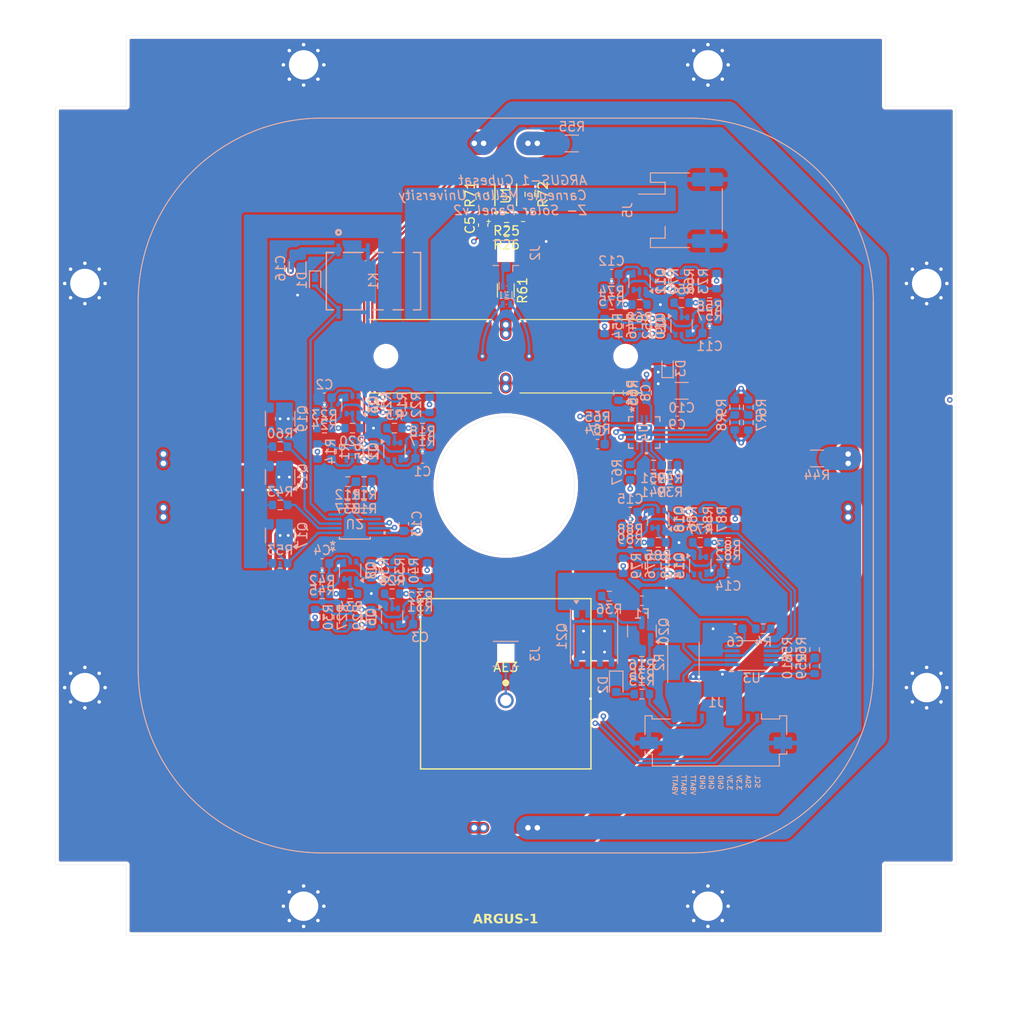
<source format=kicad_pcb>
(kicad_pcb (version 20240108) (generator "pcbnew") (generator_version "8.0")
  (layers (0 "F.Cu" signal) (1 "In1.Cu" signal) (2 "In2.Cu" signal) (31 "B.Cu" signal) (34 "B.Paste" user) (35 "F.Paste" user) (36 "B.SilkS" user "B.Silkscreen") (37 "F.SilkS" user "F.Silkscreen") (38 "B.Mask" user) (39 "F.Mask" user) (44 "Edge.Cuts" user))
  (net 0 "")
  (net 1 "GND")
  (net 2 "/coil")
  (net 3 "Net-(AE1-Pad1)")
  (net 4 "Net-(AE2-Pad1)")
  (net 5 "Net-(AE3-A)")
  (net 6 "Net-(J2-In)")
  (net 7 "Net-(Q1B-G1)")
  (net 8 "Net-(Q5B-G1)")
  (net 9 "3.3V")
  (net 10 "Net-(U3-TIMER)")
  (net 11 "/I2C Devices/VREF")
  (net 12 "/I2C Devices/IPROPI")
  (net 13 "VBATT")
  (net 14 "Net-(Q9B-G1)")
  (net 15 "Net-(Q13B-G1)")
  (net 16 "BURN_RELAY_A")
  (net 17 "VBATT_SENSE")
  (net 18 "SDA")
  (net 19 "SCL")
  (net 20 "Net-(JP1-Pad2)")
  (net 21 "/Burn Wires/VBURN1")
  (net 22 "/Burn Wires/VBURN2")
  (net 23 "Net-(JP2-Pad2)")
  (net 24 "Net-(JP3-Pad2)")
  (net 25 "/Burn Wires/VBURN3")
  (net 26 "Net-(JP4-Pad2)")
  (net 27 "Net-(JP5-Pad2)")
  (net 28 "/Burn Wires/VBURN_A_IN")
  (net 29 "Net-(Q1A-G2)")
  (net 30 "Net-(Q1A-D1)")
  (net 31 "SCL_LS")
  (net 32 "SCL_M")
  (net 33 "Net-(Q4A-B1)")
  (net 34 "Net-(Q5A-G2)")
  (net 35 "Net-(Q5A-D1)")
  (net 36 "SDA_LS")
  (net 37 "SDA_M")
  (net 38 "Net-(Q8A-B1)")
  (net 39 "Net-(Q9A-G2)")
  (net 40 "SCL_IO")
  (net 41 "Net-(Q12A-B1)")
  (net 42 "SCL_CPWR")
  (net 43 "Net-(Q13A-G2)")
  (net 44 "Net-(Q13A-D1)")
  (net 45 "BURN_EN1")
  (net 46 "SDA_CPWR")
  (net 47 "BURN_EN2")
  (net 48 "SDA_IO")
  (net 49 "Net-(Q18A-B1)")
  (net 50 "BURN_EN3")
  (net 51 "VDRIVE")
  (net 52 "Net-(U3-ON)")
  (net 53 "COIL_P")
  (net 54 "COIL_N")
  (net 55 "/I2C Devices/A0_CPWR")
  (net 56 "/I2C Devices/A0_IO")
  (net 57 "/I2C Devices/A1_IO")
  (net 58 "/I2C Devices/ADDR")
  (net 59 "/I2C Devices/A0_COIL")
  (net 60 "/I2C Devices/A1_COIL")
  (net 61 "/I2C Devices/A1_CPWR")
  (net 62 "Net-(U4-NFAULT)")
  (net 63 "Net-(U4-NSLEEP)")
  (net 70 "Net-(Q3B-G1)")
  (net 71 "Net-(Q7B-G1)")
  (net 72 "Net-(Q11B-G1)")
  (net 73 "Net-(Q16B-G1)")
  (net 74 "Net-(Q2A-B1)")
  (net 75 "Net-(Q3A-G2)")
  (net 76 "Net-(Q3A-D1)")
  (net 77 "Net-(Q6A-B1)")
  (net 78 "Net-(Q7A-G2)")
  (net 79 "Net-(Q7A-D1)")
  (net 80 "Net-(Q10B-B2)")
  (net 81 "Net-(Q10A-B1)")
  (net 82 "Net-(Q11A-G2)")
  (net 83 "Net-(Q11A-D1)")
  (net 84 "Net-(Q14A-B1)")
  (net 85 "Net-(Q16A-D1)")
  (net 86 "Net-(Q16A-G2)")
  (net 87 "/I2C Devices/VM")
  (net 88 "Net-(D2-A)")
  (net 89 "Net-(F1-Pad1)")
  (net 90 "COIL_DRIVER_EN")
  (net 91 "Net-(Q20-G)")
  (net 92 "Net-(Q20-D)")
  (footprint "Argus-Miscellaneous:MountingHole_3.2mm_M3_DIN965_Pad_TopBottom" (layer "F.Cu") (at 106.52 73.66 90)
    (property "Reference" "H2" (hide yes))
    (property "Value" "MountingHole_Pad")
  )
  (footprint "Argus-Miscellaneous:ANT_CGGBP.18.4.A.02_TAL" (layer "F.Cu") (at 152.3196 117.141599)
    (property "Reference" "AE3")
    (property "Value" "CGGBP.18.4.A.02")
  )
  (footprint "Argus-Miscellaneous:Antenna Mount" (layer "F.Cu") (at 149.7796 81.585 180)
    (property "Reference" "AE2" (hide yes))
    (property "Value" "MountingHole_Pad")
  )
  (footprint "Resistor_SMD:R_0603_1608Metric" (layer "F.Cu") (at 154.94 63.9572 -90)
    (property "Reference" "R72")
    (property "Value" "0R")
  )
  (footprint "Argus-Miscellaneous:Antenna Mount" (layer "F.Cu") (at 154.859599 81.585)
    (property "Reference" "AE1" (hide yes))
    (property "Value" "MountingHole_Pad")
  )
  (footprint "Argus-Miscellaneous:Burn-Wire" (layer "F.Cu") (at 152.3196 81.585 180)
    (property "Reference" "JP3" (hide yes))
    (property "Value" "BurnWire")
  )
  (footprint "Argus-Miscellaneous:MountingHole_3.2mm_M3_DIN965_Pad_TopBottom" (layer "F.Cu") (at 130.32 141.46 90)
    (property "Reference" "H8" (hide yes))
    (property "Value" "MountingHole_Pad")
  )
  (footprint "Argus-Miscellaneous:MountingHole_3.2mm_M3_DIN965_Pad_TopBottom" (layer "F.Cu") (at 198.12 73.66 90)
    (property "Reference" "H5" (hide yes))
    (property "Value" "MountingHole_Pad")
  )
  (footprint "Argus-Miscellaneous:MountingHole_3.2mm_M3_DIN965_Pad_TopBottom" (layer "F.Cu") (at 174.32 141.46 90)
    (property "Reference" "H7" (hide yes))
    (property "Value" "MountingHole_Pad")
  )
  (footprint "Argus-IC:OPT4003" (layer "F.Cu") (at 152.31872 64.008 90)
    (property "Reference" "U1")
    (property "Value" "OPT4003DNPRQ1")
  )
  (footprint "Resistor_SMD:R_0603_1608Metric" (layer "F.Cu") (at 149.86 63.9572 90)
    (property "Reference" "R71")
    (property "Value" "0R")
  )
  (footprint "Resistor_SMD:R_0603_1608Metric" (layer "F.Cu") (at 152.4 68.0212 180)
    (property "Reference" "R26")
    (property "Value" "0R")
  )
  (footprint "Resistor_SMD:R_0603_1608Metric" (layer "F.Cu") (at 152.4 66.4972 180)
    (property "Reference" "R25")
    (property "Value" "0R")
  )
  (footprint "Argus-Miscellaneous:Burn-Wire" (layer "F.Cu") (at 115.06288 95.65914 180)
    (property "Reference" "JP1" (hide yes))
    (property "Value" "BurnWire")
  )
  (footprint "Argus-Miscellaneous:MountingHole_3.2mm_M3_DIN965_Pad_TopBottom" (layer "F.Cu") (at 174.32 49.86 90)
    (property "Reference" "H4" (hide yes))
    (property "Value" "MountingHole_Pad")
  )
  (footprint "Resistor_SMD:R_1206_3216Metric" (layer "F.Cu") (at 152.3196 74.422 -90)
    (property "Reference" "R61")
    (property "Value" "1R")
  )
  (footprint "Argus-Miscellaneous:MountingHole_3.2mm_M3_DIN965_Pad_TopBottom" (layer "F.Cu") (at 130.32 49.86 90)
    (property "Reference" "H3" (hide yes))
    (property "Value" "MountingHole_Pad")
  )
  (footprint "Argus-Miscellaneous:Burn-Wire" (layer "F.Cu") (at 152.3196 58.40242 90)
    (property "Reference" "JP5" (hide yes))
    (property "Value" "BurnWire")
  )
  (footprint "Capacitor_SMD:C_0603_1608Metric" (layer "F.Cu") (at 149.86 67.31 90)
    (property "Reference" "C5")
    (property "Value" "0.1uF")
  )
  (footprint "Argus-Miscellaneous:MountingHole_3.2mm_M3_DIN965_Pad_TopBottom" (layer "F.Cu") (at 106.52 117.66 90)
    (property "Reference" "H1" (hide yes))
    (property "Value" "MountingHole_Pad")
  )
  (footprint "Argus-Miscellaneous:MountingHole_3.2mm_M3_DIN965_Pad_TopBottom" (layer "F.Cu") (at 198.12 117.66 90)
    (property "Reference" "H6" (hide yes))
    (property "Value" "MountingHole_Pad")
  )
  (footprint "Resistor_SMD:R_0603_1608Metric" (layer "B.Cu") (at 173.482 101.854 180)
    (property "Reference" "R77")
    (property "Value" "100K")
  )
  (footprint "Argus-IC:SOT552-1_NXP" (layer "B.Cu") (at 135.89 99.809)
    (property "Reference" "U2")
    (property "Value" "PCA9633DP2")
  )
  (footprint "Package_SO:TSOP-6_1.65x3.05mm_P0.95mm" (layer "B.Cu") (at 127.762 101.079 90)
    (property "Reference" "Q17")
    (property "Value" "IRFTS9342PBF")
  )
  (footprint "Diode_SMD:Nexperia_DSN1608-2_1.6x0.8mm" (layer "B.Cu") (at 169.926 82.896 90)
    (property "Reference" "D3")
    (property "Value" "10V")
  )
  (footprint "Resistor_SMD:R_0603_1608Metric" (layer "B.Cu") (at 174.498 77.536001 180)
    (property "Reference" "R58")
    (property "Value" "200K")
  )
  (footprint "Resistor_SMD:R_0603_1608Metric" (layer "B.Cu") (at 131.572 109.982 90)
    (property "Reference" "R30")
    (property "Value" "10K")
  )
  (footprint "Resistor_SMD:R_0603_1608Metric" (layer "B.Cu") (at 167.64 85.562 -90)
    (property "Reference" "R63")
    (property "Value" "10k")
  )
  (footprint "Resistor_SMD:R_0603_1608Metric" (layer "B.Cu") (at 180.34 111.252)
    (property "Reference" "R4")
    (property "Value" "1K")
  )
  (footprint "Package_SO:MSOP-10_3x3mm_P0.5mm" (layer "B.Cu") (at 179.08186 114.167201)
    (property "Reference" "U3")
    (property "Value" "ADM1176-1ARMZ-R7")
  )
  (footprint "Argus-IC:WQFN16_RTE_TEX" (layer "B.Cu") (at 167.386 89.88 -90)
    (property "Reference" "U4")
    (property "Value" "DRV8235RTER")
  )
  (footprint "Package_TO_SOT_SMD:SOT-23" (layer "B.Cu") (at 167.132 111.506 90)
    (property "Reference" "Q20")
    (property "Value" "IRLML2803")
  )
  (footprint "Resistor_SMD:R_0603_1608Metric" (layer "B.Cu") (at 131.826 91.947999 90)
    (property "Reference" "R14")
    (property "Value" "10K")
  )
  (footprint "Resistor_SMD:R_0603_1608Metric" (layer "B.Cu") (at 133.35 91.947999 90)
    (property "Reference" "R1")
    (property "Value" "680R")
  )
  (footprint "Resistor_SMD:R_0603_1608Metric" (layer "B.Cu") (at 164.592 78.298 90)
    (property "Reference" "R46")
    (property "Value" "680R")
  )
  (footprint "Resistor_SMD:R_0603_1608Metric" (layer "B.Cu") (at 127.762 97.777 180)
    (property "Reference" "R43")
    (property "Value" "100K")
  )
  (footprint "Resistor_SMD:R_0603_1608Metric" (layer "B.Cu") (at 163.83 75.946 180)
    (property "Reference" "R74")
    (property "Value" "10K")
  )
  (footprint "Package_TO_SOT_SMD:SOT-363_SC-70-6" (layer "B.Cu") (at 139.954 104.902001 -90)
    (property "Reference" "Q8")
    (property "Value" "MBT2222ADW1T1")
  )
  (footprint "Resistor_SMD:R_0603_1608Metric" (layer "B.Cu") (at 163.068 78.298 90)
    (property "Reference" "R54")
    (property "Value" "10K")
  )
  (footprint "Resistor_SMD:R_0603_1608Metric" (layer "B.Cu") (at 136.906 96.761)
    (property "Reference" "R13")
    (property "Value" "0R")
  )
  (footprint "Resistor_SMD:R_0603_1608Metric" (layer "B.Cu") (at 132.334 107.442001 180)
    (property "Reference" "R42")
    (property "Value" "10K")
  )
  (footprint "Connector_Coaxial:U.FL_Hirose_U.FL-R-SMT-1_Vertical" (layer "B.Cu") (at 152.32 114.456 90)
    (property "Reference" "J3")
    (property "Value" "U.FL")
  )
  (footprint "Resistor_SMD:R_0603_1608Metric" (layer "B.Cu") (at 167.132 114.808)
    (property "Reference" "R35")
    (property "Value" "4k7")
  )
  (footprint "Package_TO_SOT_SMD:SOT-363_SC-70-6" (layer "B.Cu") (at 171.45 73.406 -90)
    (property "Reference" "Q12")
    (property "Value" "MBT2222ADW1T1")
  )
  (footprint "Capacitor_SMD:C_0603_1608Metric" (layer "B.Cu") (at 143.256 92.709999)
    (property "Reference" "C1")
    (property "Value" "10nF")
  )
  (footprint "Resistor_SMD:R_0603_1608Metric" (layer "B.Cu") (at 173.736 73.406 -90)
    (property "Reference" "R68")
    (property "Value" "680R")
  )
  (footprint "Resistor_SMD:R_0603_1608Metric" (layer "B.Cu") (at 174.498 75.758)
    (property "Reference" "R57")
    (property "Value" "10K")
  )
  (footprint "Resistor_SMD:R_0603_1608Metric" (layer "B.Cu") (at 142.24 104.902001 -90)
    (property "Reference" "R33")
    (property "Value" "680R")
  )
  (footprint "Resistor_SMD:R_0603_1608Metric" (layer "B.Cu") (at 166.878 75.946)
    (property "Reference" "R69")
    (property "Value" "100K")
  )
  (footprint "Resistor_SMD:R_0603_1608Metric" (layer "B.Cu") (at 132.588 89.408 180)
    (property "Reference" "R23")
    (property "Value" "10K")
  )
  (footprint "Package_TO_SOT_SMD:SOT-363_SC-70-6" (layer "B.Cu") (at 135.636 91.947999 90)
    (property "Reference" "Q2")
    (property "Value" "MBT2222ADW1T1")
  )
  (footprint "Resistor_SMD:R_0603_1608Metric" (layer "B.Cu") (at 177.292 99.314 -90)
    (property "Reference" "R87")
    (property "Value" "10K")
  )
  (footprint "Resistor_SMD:R_0603_1608Metric" (layer "B.Cu") (at 142.494 86.868 -90)
    (property "Reference" "R19")
    (property "Value" "680R")
  )
  (footprint "Resistor_SMD:R_0603_1608Metric" (layer "B.Cu") (at 135.128 95.237)
    (property "Reference" "R12")
    (property "Value" "0R")
  )
  (footprint "Package_TO_SOT_SMD:SOT-363_SC-70-6" (layer "B.Cu") (at 139.954 109.982 -90)
    (property "Reference" "Q5")
    (property "Value" "NX3008NBKS")
  )
  (footprint "Resistor_SMD:R_0603_1608Metric" (layer "B.Cu") (at 127.762 91.427 180)
    (property "Reference" "R60")
    (property "Value" "100K")
  )
  (footprint "Resistor_SMD:R_2512_6332Metric" (layer "B.Cu") (at 171.6528 114.9132 -90)
    (property "Reference" "R2")
    (property "Value" "?R")
  )
  (footprint "Resistor_SMD:R_0603_1608Metric" (layer "B.Cu") (at 178.710599 88.802001 90)
    (property "Reference" "R7")
    (property "Value" "0R")
  )
  (footprint "Capacitor_SMD:C_0603_1608Metric" (layer "B.Cu") (at 170.96 87.594)
    (property "Reference" "C9")
    (property "Value" "0.1uF")
  )
  (footprint "Fuse:Fuse_0603_1608Metric" (layer "B.Cu") (at 167.132 108.204)
    (property "Reference" "F1")
    (property "Value" "500mA")
  )
  (footprint "Capacitor_SMD:C_0603_1608Metric" (layer "B.Cu") (at 162.306 91.15 180)
    (property "Reference" "C7")
    (property "Value" "0.1uF")
  )
  (footprint "Resistor_SMD:R_0603_1608Metric" (layer "B.Cu") (at 171.196 99.314 90)
    (property "Reference" "R86")
    (property "Value" "DNI (0R)")
  )
  (footprint "Package_TO_SOT_SMD:SOT-363_SC-70-6" (layer "B.Cu") (at 173.482 104.394 -90)
    (property "Reference" "Q13")
    (property "Value" "NX3008NBKS")
  )
  (footprint "Package_TO_SOT_SMD:SOT-363_SC-70-6" (layer "B.Cu") (at 168.91 99.314 90)
    (property "Reference" "Q16")
    (property "Value" "NX3008NBKS")
  )
  (footprint "Resistor_SMD:R_0603_1608Metric" (layer "B.Cu") (at 140.208 89.407999 180)
    (property "Reference" "R3")
    (property "Value" "100K")
  )
  (footprint "Capacitor_SMD:C_0603_1608Metric" (layer "B.Cu") (at 166.116 85.562 90)
    (property "Reference" "C8")
    (property "Value" "1nF")
  )
  (footprint "Argus-Miscellaneous:Burn-Wire" (layer "B.Cu") (at 152.32086 132.916721 -90)
    (property "Reference" "JP2" (hide yes))
    (property "Value" "BurnWire")
  )
  (footprint "Resistor_SMD:R_0603_1608Metric" (layer "B.Cu") (at 171.45 75.758 180)
    (property "Reference" "R50")
    (property "Value" "100K")
  )
  (footprint "Resistor_SMD:R_0603_1608Metric" (layer "B.Cu") (at 176.53 101.854)
    (property "Reference" "R82")
    (property "Value" "10K")
  )
  (footprint "Resistor_SMD:R_0603_1608Metric" (layer "B.Cu") (at 143.256 89.407999)
    (property "Reference" "R17")
    (property "Value" "10K")
  )
  (footprint "Connector_JST:JST_PH_S2B-PH-SM4-TB_1x02-1MP_P2.00mm_Horizontal" (layer "B.Cu") (at 171.37 65.688 -90)
    (property "Reference" "J5")
    (property "Value" "Conn_01x02")
  )
  (footprint "Package_TO_SOT_SMD:SOT-363_SC-70-6" (layer "B.Cu") (at 140.208 86.868 -90)
    (property "Reference" "Q4")
    (property "Value" "MBT2222ADW1T1")
  )
  (footprint "Resistor_SMD:R_0603_1608Metric" (layer "B.Cu") (at 137.922 91.947999 -90)
    (property "Reference" "R5")
    (property "Value" "DNI (0R)")
  )
  (footprint "Capacitor_SMD:C_0603_1608Metric" (layer "B.Cu") (at 132.588 86.106 180)
    (property "Reference" "C2")
    (property "Value" "10nF")
  )
  (footprint "Resistor_SMD:R_0603_1608Metric" (layer "B.Cu") (at 167.132 118.364 180)
    (property "Reference" "R15")
    (property "Value" "2.7k")
  )
  (footprint "Resistor_SMD:R_0603_1608Metric" (layer "B.Cu") (at 175.26 73.406 -90)
    (property "Reference" "R73")
    (property "Value" "10K")
  )
  (footprint "Package_TO_SOT_SMD:SOT-363_SC-70-6" (layer "B.Cu") (at 140.208 91.947999 -90)
    (property "Reference" "Q1")
    (property "Value" "NX3008NBKS")
  )
  (footprint "Capacitor_SMD:C_0603_1608Metric" (layer "B.Cu") (at 174.498 79.06)
    (property "Reference" "C11")
    (property "Value" "10nF")
  )
  (footprint "Package_TO_SOT_SMD:SOT-363_SC-70-6" (layer "B.Cu") (at 166.878 73.406 90)
    (property "Reference" "Q11")
    (property "Value" "NX3008NBKS")
  )
  (footprint "Resistor_SMD:R_0603_1608Metric" (layer "B.Cu") (at 143.002 107.442)
    (property "Reference" "R31")
    (property "Value" "10K")
  )
  (footprint "Package_SO:PowerPAK_SO-8_Single" (layer "B.Cu") (at 161.925 112.086 -90)
    (property "Reference" "Q21")
    (property "Value" "SIRA99DP-T1-GE3")
  )
  (footprint "Package_TO_SOT_SMD:SOT-363_SC-70-6" (layer "B.Cu") (at 135.382 104.902001 90)
    (property "Reference" "Q7")
    (property "Value" "NX3008NBKS")
  )
  (footprint "Resistor_SMD:R_0603_1608Metric" (layer "B.Cu") (at 144.018 86.868 -90)
    (property "Reference" "R22")
    (property "Value" "10K")
  )
  (footprint "Capacitor_SMD:C_0603_1608Metric" (layer "B.Cu") (at 132.334 104.140001 180)
    (property "Reference" "C4")
    (property "Value" "10nF")
  )
  (footprint "Resistor_SMD:R_0603_1608Metric" (layer "B.Cu") (at 165.862 101.854 180)
    (property "Reference" "R88")
    (property "Value" "10K")
  )
  (footprint "Capacitor_SMD:C_1206_3216Metric" (layer "B.Cu") (at 129.667 72.009 -90)
    (property "Reference" "C16")
    (property "Value" "10uF")
  )
  (footprint "Resistor_SMD:R_0603_1608Metric" (layer "B.Cu") (at 135.636 89.408)
    (property "Reference" "R20")
    (property "Value" "100K")
  )
  (footprint "Resistor_SMD:R_0603_1608Metric" (layer "B.Cu") (at 135.382 107.442001)
    (property "Reference" "R34")
    (property "Value" "100K")
  )
  (footprint "Resistor_SMD:R_0603_1608Metric" (layer "B.Cu") (at 136.906 95.237)
    (property "Reference" "R11")
    (property "Value" "0R")
  )
  (footprint "Resistor_SMD:R_0603_1608Metric" (layer "B.Cu") (at 133.096 109.982 90)
    (property "Reference" "R27")
    (property "Value" "680R")
  )
  (footprint "Resistor_SMD:R_0603_1608Metric" (layer "B.Cu") (at 169.164 78.298 -90)
    (property "Reference" "R52")
    (property "Value" "DNI (0R)")
  )
  (footprint "Capacitor_SMD:C_0603_1608Metric" (layer "B.Cu") (at 177.292 111.252)
    (property "Reference" "C6")
    (property "Value" "3.3nF")
  )
  (footprint "Package_TO_SOT_SMD:SOT-363_SC-70-6" (layer "B.Cu") (at 166.878 78.298 90)
    (property "Reference" "Q10")
    (property "Value" "MBT2222ADW1T1")
  )
  (footprint "Resistor_SMD:R_1206_3216Metric" (layer "B.Cu") (at 159.512 58.42 180)
    (property "Reference" "R55")
    (property "Value" "1R")
  )
  (footprint "Package_TO_SOT_SMD:SOT-363_SC-70-6" (layer "B.Cu") (at 168.91 104.394 90)
    (property "Reference" "Q14")
    (property "Value" "MBT2222ADW1T1")
  )
  (footprint "Resistor_SMD:R_0603_1608Metric" (layer "B.Cu") (at 165.1 104.394 90)
    (property "Reference" "R79")
    (property "Value" "10K")
  )
  (footprint "Resistor_SMD:R_0603_1608Metric" (layer "B.Cu") (at 166.624 104.394 90)
    (property "Reference" "R76")
    (property "Value" "680R")
  )
  (footprint "Resistor_SMD:R_0603_1608Metric" (layer "B.Cu") (at 163.576 107.696)
    (property "Reference" "R36")
    (property "Value" "10k")
  )
  (footprint "Resistor_SMD:R_0603_1608Metric" (layer "B.Cu") (at 127.762 104.127 180)
    (property "Reference" "R53")
    (property "Value" "100K")
  )
  (footprint "Resistor_SMD:R_0603_1608Metric" (layer "B.Cu") (at 177.237399 87.138801 -90)
    (property "Reference" "R9")
    (property "Value" "0R")
  )
  (footprint "Resistor_SMD:R_0603_1608Metric" (layer "B.Cu") (at 162.306 88.102)
    (property "Reference" "R64")
    (property "Value" "TBD")
  )
  (footprint "Capacitor_SMD:C_1206_3216Metric" (layer "B.Cu") (at 171.46 85.344)
    (property "Reference" "C10")
    (property "Value" "10uF")
  )
  (footprint "Resistor_SMD:R_0603_1608Metric" (layer "B.Cu") (at 143.256 91.186 180)
    (property "Reference" "R18")
    (property "Value" "200K")
  )
  (footprint "Resistor_SMD:R_0603_1608Metric" (layer "B.Cu") (at 165.862 94.198 -90)
    (property "Reference" "R67")
    (property "Value" "0R")
  )
  (footprint "Package_TO_SOT_SMD:SOT-363_SC-70-6" (layer "B.Cu") (at 135.636 86.868 90)
    (property "Reference" "Q3")
    (property "Value" "NX3008NBKS")
  )
  (footprint "Resistor_SMD:R_0603_1608Metric" (layer "B.Cu") (at 137.922 86.868 90)
    (property "Reference" "R21")
    (property "Value" "DNI (0R)")
  )
  (footprint "Resistor_SMD:R_0603_1608Metric" (layer "B.Cu") (at 177.237399 88.789801 -90)
    (property "Reference" "R8")
    (property "Value" "0R")
  )
  (footprint "Capacitor_SMD:C_0603_1608Metric" (layer "B.Cu") (at 163.83 72.644 180)
    (property "Reference" "C12")
    (property "Value" "10nF")
  )
  (footprint "Resistor_SMD:R_0603_1608Metric" (layer "B.Cu") (at 184.404 113.538 -90)
    (property "Reference" "R56")
    (property "Value" "0R")
  )
  (footprint "Package_SO:TSOP-6_1.65x3.05mm_P0.95mm" (layer "B.Cu") (at 127.762 94.725 90)
    (property "Reference" "Q15")
    (property "Value" "IRFTS9342PBF")
  )
  (footprint "Connector_FFC-FPC:Molex_200528-0100_1x10-1MP_P1.00mm_Horizontal" (layer "B.Cu") (at 175.18 121.8982 180)
    (property "Reference" "J1")
    (property "Value" "200528-0100")
  )
  (footprint "SolarPanels:RELAY8_SMTGUL_TEC" (layer "B.Cu") (at 137.922 73.406 -90)
    (property "Reference" "K1")
    (property "Value" "IM11DGR")
  )
  (footprint "Diode_SMD:Nexperia_DSN1608-2_1.6x0.8mm" (layer "B.Cu") (at 131.572 73.314 -90)
    (property "Reference" "D1")
    (property "Value" "PTVS5V0Z1USK")
  )
  (footprint "Capacitor_SMD:C_0603_1608Metric" (layer "B.Cu") (at 165.862 98.552 180)
    (property "Reference" "C15")
    (property "Value" "10nF")
  )
  (footprint "Resistor_SMD:R_0603_1608Metric" (layer "B.Cu") (at 170.18 93.436)
    (property "Reference" "R49")
    (property "Value" "0R")
  )
  (footprint "Resistor_SMD:R_1206_3216Metric" (layer "B.Cu") (at 186.182 92.71)
    (property "Reference" "R44")
    (property "Value" "1R")
  )
  (footprint "Resistor_SMD:R_0603_1608Metric" (layer "B.Cu") (at 143.764 104.902001 -90)
    (property "Reference" "R40")
    (property "Value" "10K")
  )
  (footprint "Resistor_SMD:R_0603_1608Metric" (layer "B.Cu") (at 185.928 113.538 -90)
    (property "Reference" "R62")
    (property "Value" "0R")
  )
  (footprint "LED_SMD:LED_0603_1608Metric" (layer "B.Cu") (at 164.338 117.348 -90)
    (property "Reference" "D2")
    (property "Value" "GREEN")
  )
  (footprint "Resistor_SMD:R_0603_1608Metric" (layer "B.Cu") (at 143.002 109.220001 180)
    (property "Reference" "R32")
    (property "Value" "200K")
  )
  (footprint "Argus-Miscellaneous:Burn-Wire" (layer "B.Cu") (at 189.57758 95.66)
    (property "Reference" "JP4" (hide yes))
    (property "Value" "BurnWire")
  )
  (footprint "Resistor_SMD:R_0603_1608Metric" (layer "B.Cu") (at 178.710599 87.138801 90)
    (property "Reference" "R6")
    (property "Value" "0R")
  )
  (footprint "Resistor_SMD:R_0603_1608Metric" (layer "B.Cu") (at 184.404 115.316 -90)
    (property "Reference" "R10")
    (property "Value" "0R")
  )
  (footprint "Resistor_SMD:R_0603_1608Metric" (layer "B.Cu") (at 132.334 105.664)
    (property "Reference" "R45")
    (property "Value" "200K")
  )
  (footprint "Resistor_SMD:R_0603_1608Metric" (layer "B.Cu") (at 168.402 94.96)
    (property "Reference" "R41")
    (property "Value" "0R")
  )
  (footprint "Resistor_SMD:R_0603_1608Metric" (layer "B.Cu") (at 137.668 109.982 -90)
    (property "Reference" "R29")
    (property "Value" "DNI (0R)")
  )
  (footprint "Package_TO_SOT_SMD:SOT-363_SC-70-6" (layer "B.Cu") (at 171.45 78.298 -90)
    (property "Reference" "Q9")
    (property "Value" "NX3008NBKS")
  )
  (footprint "Resistor_SMD:R_0603_1608Metric" (layer "B.Cu") (at 139.954 107.442 180)
    (property "Reference" "R28")
    (property "Value" "100K")
  )
  (footprint "Resistor_SMD:R_0603_1608Metric" (layer "B.Cu") (at 164.592 85.562 90)
    (property "Reference" "R66")
    (property "Value" "560R")
  )
  (footprint "Resistor_SMD:R_0603_1608Metric" (layer "B.Cu") (at 171.196 104.394 -90)
    (property "Reference" "R78")
    (property "Value" "DNI (0R)")
  )
  (footprint "Resistor_SMD:R_0603_1608Metric" (layer "B.Cu") (at 185.928 115.316 -90)
    (property "Reference" "R59")
    (property "Value" "0R")
  )
  (footprint "Capacitor_SMD:C_0603_1608Metric" (layer "B.Cu") (at 141.224 99.822 90)
    (property "Reference" "C13")
    (property "Value" "0.1uF")
  )
  (footprint "Capacitor_SMD:C_0603_1608Metric" (layer "B.Cu") (at 176.53 105.156)
    (property "Reference" "C14")
    (property "Value" "10nF")
  )
  (footprint "Resistor_SMD:R_0603_1608Metric" (layer "B.Cu") (at 137.668 104.902001 90)
    (property "Reference" "R38")
    (property "Value" "DNI (0R)")
  )
  (footprint "Resistor_SMD:R_0603_1608Metric" (layer "B.Cu") (at 175.768 99.314 -90)
    (property "Reference" "R84")
    (property "Value" "680R")
  )
  (footprint "Resistor_SMD:R_0603_1608Metric" (layer "B.Cu") (at 135.128 96.761)
    (property "Reference" "R37")
    (property "Value" "0R")
  )
  (footprint "Connector_Coaxial:U.FL_Hirose_U.FL-R-SMT-1_Vertical" (layer "B.Cu") (at 152.3196 70.8188 90)
    (property "Reference" "J2")
    (property "Value" "U.FL")
  )
  (footprint "Resistor_SMD:R_0603_1608Metric" (layer "B.Cu") (at 167.132 116.586 180)
    (property "Reference" "R16")
    (property "Value" "10k")
  )
  (footprint "Resistor_SMD:R_0603_1608Metric" (layer "B.Cu") (at 165.862 100.075999)
    (property "Reference" "R89")
    (property "Value" "200K")
  )
  (footprint "Resistor_SMD:R_0603_1608Metric" (layer "B.Cu") (at 169.164 73.406 90)
    (property "Reference" "R70")
    (property "Value" "DNI (0R)")
  )
  (footprint "Package_TO_SOT_SMD:SOT-363_SC-70-6" (layer "B.Cu") (at 135.382 109.982 90)
    (property "Reference" "Q6")
    (property "Value" "MBT2222ADW1T1")
  )
  (footprint "Resistor_SMD:R_0603_1608Metric" (layer "B.Cu") (at 163.83 74.167999)
    (property "Reference" "R75")
    (property "Value" "200K")
  )
  (footprint "Package_SO:TSOP-6_1.65x3.05mm_P0.95mm" (layer "B.Cu") (at 127.762 88.379 90)
    (property "Reference" "Q19")
    (property "Value" "IRFTS9342PBF")
  )
  (footprint "Resistor_SMD:R_0603_1608Metric" (layer "B.Cu") (at 168.402 93.436)
    (property "Reference" "R51")
    (property "Value" "0R")
  )
  (footprint "Package_TO_SOT_SMD:SOT-363_SC-70-6" (layer "B.Cu") (at 173.482 99.314 -90)
    (property "Reference" "Q18")
    (property "Value" "MBT2222ADW1T1")
  )
  (footprint "Resistor_SMD:R_0603_1608Metric" (layer "B.Cu") (at 168.91 101.854)
    (property "Reference" "R85")
    (property "Value" "100K")
  )
  (footprint "Resistor_SMD:R_0603_1608Metric" (layer "B.Cu") (at 176.53 103.632001 180)
    (property "Reference" "R83")
    (property "Value" "200K")
  )
  (footprint "Capacitor_SMD:C_0603_1608Metric" (layer "B.Cu") (at 143.002 110.744)
    (property "Reference" "C3")
    (property "Value" "10nF")
  )
  (footprint "Resistor_SMD:R_0603_1608Metric" (layer "B.Cu") (at 132.588 87.63)
    (property "Reference" "R24")
    (property "Value" "200K")
  )
  (footprint "Argus-Passives:ATB2012" (layer "B.Cu") (at 152.4 74.93 -90)
    (property "Reference" "BA1")
    (property "Value" "DXW21HN5011BL")
  )
  (footprint "Resistor_SMD:R_0603_1608Metric" (layer "B.Cu") (at 162.306 89.626 180)
    (property "Reference" "R65")
    (property "Value" "TBD")
  )
  (footprint "Resistor_SMD:R_0603_1608Metric" (layer "B.Cu") (at 170.18 94.96)
    (property "Reference" "R39")
    (property "Value" "0R")
  )
  (gr_arc (start 112.319599 75.6566) (mid 118.177449 61.51445) (end 132.319599 55.6566) (stroke (width 0.1)) (layer "B.SilkS"))
  (gr_arc (start 132.316538 135.659599) (mid 118.174395 129.801742) (end 112.316538 115.6596) (stroke (width 0.1)) (layer "B.SilkS"))
  (gr_line (start 192.316538 115.659599) (end 192.316538 75.659601) (stroke (width 0.1)) (layer "B.SilkS"))
  (gr_line (start 192.319598 115.656599) (end 192.319598 75.656601) (stroke (width 0.1)) (layer "B.SilkS"))
  (gr_line (start 172.316538 55.6596) (end 132.316538 55.6596) (stroke (width 0.1)) (layer "B.SilkS"))
  (gr_arc (start 192.316537 115.659599) (mid 186.458682 129.801743) (end 172.316538 135.659599) (stroke (width 0.1)) (layer "B.SilkS"))
  (gr_arc (start 172.319598 55.656601) (mid 186.461734 61.514465) (end 192.319598 75.656601) (stroke (width 0.1)) (layer "B.SilkS"))
  (gr_line (start 132.316538 135.659599) (end 172.316538 135.659599) (stroke (width 0.1)) (layer "B.SilkS"))
  (gr_line (start 192.316537 115.659599) (end 192.316538 75.659601) (stroke (width 0.1)) (layer "B.SilkS"))
  (gr_line (start 112.319599 75.6566) (end 112.319598 115.6566) (stroke (width 0.1)) (layer "B.SilkS"))
  (gr_arc (start 192.319598 115.656599) (mid 186.461734 129.798735) (end 172.319599 135.656599) (stroke (width 0.1)) (layer "B.SilkS"))
  (gr_arc (start 172.316538 55.6596) (mid 186.458654 61.517485) (end 192.316538 75.659601) (stroke (width 0.1)) (layer "B.SilkS"))
  (gr_line (start 112.316538 75.6596) (end 112.316538 115.6596) (stroke (width 0.1)) (layer "B.SilkS"))
  (gr_arc (start 112.316538 75.6596) (mid 118.17439 61.517452) (end 132.316538 55.6596) (stroke (width 0.1)) (layer "B.SilkS"))
  (gr_arc (start 132.319599 135.656601) (mid 118.177463 129.798736) (end 112.319598 115.6566) (stroke (width 0.1)) (layer "B.SilkS"))
  (gr_line (start 172.319598 55.656601) (end 132.319599 55.6566) (stroke (width 0.1)) (layer "B.SilkS"))
  (gr_line (start 132.319599 135.656601) (end 172.319599 135.656599) (stroke (width 0.1)) (layer "B.SilkS"))
  (gr_line (start 201.32 136.96) (end 193.62 136.96) (stroke (width 0.0254)) (layer "Edge.Cuts"))
  (gr_line (start 103.32 54.36) (end 111.02 54.36) (stroke (width 0.0254)) (layer "Edge.Cuts"))
  (gr_line (start 103.32 136.96) (end 103.32 54.36) (stroke (width 0.0254)) (layer "Edge.Cuts"))
  (gr_circle (center 152.32 95.66) (end 152.32 88.16) (stroke (width 0.0254)) (fill none) (layer "Edge.Cuts"))
  (gr_line (start 111.02 136.96) (end 111.02 144.66) (stroke (width 0.0254)) (layer "Edge.Cuts"))
  (gr_line (start 193.62 136.96) (end 193.62 144.66) (stroke (width 0.0254)) (layer "Edge.Cuts"))
  (gr_line (start 193.62 144.66) (end 111.02 144.66) (stroke (width 0.0254)) (layer "Edge.Cuts"))
  (gr_line (start 193.62 54.36) (end 193.62 46.66) (stroke (width 0.0254)) (layer "Edge.Cuts"))
  (gr_line (start 111.02 54.36) (end 111.02 46.66) (stroke (width 0.0254)) (layer "Edge.Cuts"))
  (gr_line (start 201.32 54.36) (end 193.62 54.36) (stroke (width 0.0254)) (layer "Edge.Cuts"))
  (gr_line (start 103.32 136.96) (end 111.02 136.96) (stroke (width 0.0254)) (layer "Edge.Cuts"))
  (gr_line (start 201.32 54.36) (end 201.32 136.96) (stroke (width 0.0254)) (layer "Edge.Cuts"))
  (gr_line (start 111.02 46.66) (end 193.62 46.66) (stroke (width 0.0254)) (layer "Edge.Cuts"))
  (gr_text "VBATT" (at 171.6786 127.127 -90) (layer "B.SilkS") (effects (font (size 0.508 0.508) (thickness 0.1016) (bold yes)) (justify right mirror)))
  (gr_text "GND" (at 173.7106 127.127 -90) (layer "B.SilkS") (effects (font (size 0.508 0.508) (thickness 0.1016) (bold yes)) (justify right mirror)))
  (gr_text "SCL" (at 179.705 127.127 -90) (layer "B.SilkS") (effects (font (size 0.508 0.508) (thickness 0.1016) (bold yes)) (justify right mirror)))
  (gr_text "3.3V" (at 177.698399 127.127 -90) (layer "B.SilkS") (effects (font (size 0.508 0.508) (thickness 0.1016) (bold yes)) (justify right mirror)))
  (gr_text "ARGUS-1 Cubesat\nCarnegie Mellon University\nZ- Solar Panel v2" (at 161.29 66.294 0) (layer "B.SilkS") (effects (font (size 1.016 1.016) (thickness 0.1524) (italic yes)) (justify left bottom mirror)))
  (gr_text "SDA" (at 178.688999 127.127 -90) (layer "B.SilkS") (effects (font (size 0.508 0.508) (thickness 0.1016) (bold yes)) (justify right mirror)))
  (gr_text "GND" (at 175.6918 127.127 -90) (layer "B.SilkS") (effects (font (size 0.508 0.508) (thickness 0.1016) (bold yes)) (justify right mirror)))
  (gr_text "VBATT" (at 170.713401 127.127 -90) (layer "B.SilkS") (effects (font (size 0.508 0.508) (thickness 0.1016) (bold yes)) (justify right mirror)))
  (gr_text "VBATT" (at 172.694601 127.127 -90) (layer "B.SilkS") (effects (font (size 0.508 0.508) (thickness 0.1016) (bold yes)) (justify right mirror)))
  (gr_text "3.3V" (at 176.6824 127.127 -90) (layer "B.SilkS") (effects (font (size 0.508 0.508) (thickness 0.1016) (bold yes)) (justify right mirror)))
  (gr_text "GND" (at 174.6758 127.127 -90) (layer "B.SilkS") (effects (font (size 0.508 0.508) (thickness 0.1016) (bold yes)) (justify right mirror)))
  (gr_text "-" (at 154.1996 66.8818 0) (layer "F.SilkS") (effects (font (size 0.508 0.508) (thickness 0.1016) (bold yes))))
  (gr_text "ARGUS-1" (at 152.2946 142.904 0) (layer "F.SilkS") (effects (font (size 1.016 1.016) (thickness 0.2286) (bold yes))))
  (gr_text "+" (at 150.4912 66.9072 -90) (layer "F.SilkS") (effects (font (size 0.508 0.508) (thickness 0.1016) (bold yes))))
  (segment (start 152.968719 65.0367) (end 152.968719 65.084719) (width 0.254) (layer "F.Cu") (net 1))
  (segment (start 152.968719 65.084719) (end 153.89932 66.01532) (width 0.254) (layer "F.Cu") (net 1))
  (segment (start 152.968719 64.657999) (end 152.31872 64.008) (width 0.254) (layer "F.Cu") (net 1))
  (segment (start 152.31872 64.008) (end 155.317132 64.008) (width 0.254) (layer "F.Cu") (net 1))
  (segment (start 155.317132 64.008) (end 156.718 65.408868) (width 0.254) (layer "F.Cu") (net 1))
  (segment (start 152.968719 65.0367) (end 152.968719 64.657999) (width 0.254) (layer "F.Cu") (net 1))
  (segment (start 153.89932 66.01532) (end 153.89932 67.34688) (width 0.254) (layer "F.Cu") (net 1))
  (segment (start 150.876 65.532) (end 150.863 65.532) (width 0.254) (layer "F.Cu") (net 1))
  (segment (start 153.89932 67.34688) (end 153.225 68.0212) (width 0.254) (layer "F.Cu") (net 1))
  (segment (start 150.863 65.532) (end 149.86 66.535) (width 0.254) (layer "F.Cu") (net 1))
  (segment (start 150.876 64.47282) (end 150.876 65.532) (width 0.254) (layer "F.Cu") (net 1))
  (segment (start 152.31872 64.008) (end 151.34082 64.008) (width 0.254) (layer "F.Cu") (net 1))
  (segment (start 151.34082 64.008) (end 150.876 64.47282) (width 0.254) (layer "F.Cu") (net 1))
  (segment (start 156.718 65.408868) (end 156.718 69.088) (width 0.254) (layer "F.Cu") (net 1))
  (via (at 174.752 104.902) (size 0.6096) (drill 0.3048) (layers "F.Cu" "B.Cu") (net 1))
  (via (at 143.256 91.947999) (size 0.6096) (drill 0.3048) (layers "F.Cu" "B.Cu") (net 1))
  (via (at 176.53 104.394) (size 0.6096) (drill 0.3048) (layers "F.Cu" "B.Cu") (net 1))
  (via (at 156.718 69.088) (size 0.6096) (drill 0.3048) (layers "F.Cu" "B.Cu") (net 1))
  (via (at 167.894 90.388) (size 0.6096) (drill 0.3048) (layers "F.Cu" "B.Cu") (net 1))
  (via (at 129.667 74.93) (size 0.6096) (drill 0.3048) (layers "F.Cu" "B.Cu") (net 1))
  (via (at 141.224 110.49) (size 0.6096) (drill 0.3048) (layers "F.Cu" "B.Cu") (net 1))
  (via (at 141.478 92.455999) (size 0.6096) (drill 0.3048) (layers "F.Cu" "B.Cu") (net 1))
  (via (at 174.879 111.252) (size 0.6096) (drill 0.3048) (layers "F.Cu" "B.Cu") (net 1))
  (via (at 165.608 72.898) (size 0.6096) (drill 0.3048) (layers "F.Cu" "B.Cu") (net 1))
  (via (at 163.83 73.406) (size 0.6096) (drill 0.3048) (layers "F.Cu" "B.Cu") (net 1))
  (via (at 162.56 118.11) (size 0.6096) (drill 0.3048) (layers "F.Cu" "B.Cu") (net 1))
  (via (at 167.894 89.372) (size 0.6096) (drill 0.3048) (layers "F.Cu" "B.Cu") (net 1))
  (via (at 137.691 107.419) (size 0.6096) (drill 0.3048) (layers "F.Cu" "B.Cu") (net 1))
  (via (at 143.002 109.982) (size 0.6096) (drill 0.3048) (layers "F.Cu" "B.Cu") (net 1))
  (via (at 165.862 99.314) (size 0.6096) (drill 0.3048) (layers "F.Cu" "B.Cu") (net 1))
  (via (at 174.498 78.298) (size 0.6096) (drill 0.3048) (layers "F.Cu" "B.Cu") (net 1))
  (via (at 132.334 104.902001) (size 0.6096) (drill 0.3048) (layers "F.Cu" "B.Cu") (net 1))
  (via (at 161.544 118.872) (size 0.6096) (drill 0.3048) (layers "F.Cu" "B.Cu") (net 1))
  (via (at 134.112 104.394001) (size 0.6096) (drill 0.3048) (layers "F.Cu" "B.Cu") (net 1))
  (via (at 167.64 98.806) (size 0.6096) (drill 0.3048) (layers "F.Cu" "B.Cu") (net 1))
  (via (at 166.878 89.372) (size 0.6096) (drill 0.3048) (layers "F.Cu" "B.Cu") (net 1))
  (via (at 172.72 78.806) (size 0.6096) (drill 0.3048) (layers "F.Cu" "B.Cu") (net 1))
  (via (at 171.173 101.877) (size 0.6096) (drill 0.3048) (layers "F.Cu" "B.Cu") (net 1))
  (via (at 134.366 86.36) (size 0.6096) (drill 0.3048) (layers "F.Cu" "B.Cu") (net 1))
  (via (at 169.141 75.969) (size 0.6096) (drill 0.3048) (layers "F.Cu" "B.Cu") (net 1))
  (via (at 166.878 90.388) (size 0.6096) (drill 0.3048) (layers "F.Cu" "B.Cu") (net 1))
  (via (at 137.922 89.408) (size 0.6096) (drill 0.3048) (layers "F.Cu" "B.Cu") (net 1))
  (via (at 132.588 86.868) (size 0.6096) (drill 0.3048) (layers "F.Cu" "B.Cu") (net 1))
  (segment (start 136.124001 105.852001) (end 136.032 105.852001) (width 0.254) (layer "B.Cu") (net 1))
  (segment (start 175.273 79.06) (end 175.26 79.06) (width 0.254) (layer "B.Cu") (net 1))
  (segment (start 161.531 91.15) (end 161.531 89.676) (width 0.254) (layer "B.Cu") (net 1))
  (segment (start 161.531 89.676) (end 161.481 89.626) (width 0.254) (layer "B.Cu") (net 1))
  (segment (start 177.305 105.156) (end 177.292 105.156) (width 0.254) (layer "B.Cu") (net 1))
  (segment (start 167.636 90.13) (end 167.386 89.88) (width 0.254) (layer "B.Cu") (net 1))
  (segment (start 131.559 104.140001) (end 131.572 104.140001) (width 0.254) (layer "B.Cu") (net 1))
  (segment (start 131.826 86.106) (end 132.588 86.868) (width 0.254) (layer "B.Cu") (net 1))
  (segment (start 141.224 110.49) (end 141.046 110.49) (width 0.254) (layer "B.Cu") (net 1))
  (segment (start 141.478 92.455999) (end 141.3 92.455999) (width 0.254) (layer "B.Cu") (net 1))
  (segment (start 163.055 72.644) (end 163.068 72.644) (width 0.254) (layer "B.Cu") (net 1))
  (segment (start 172.72 78.806) (end 172.542 78.806) (width 0.254) (layer "B.Cu") (net 1))
  (segment (start 167.577 93.436) (end 167.577 94.96) (width 0.254) (layer "B.Cu") (net 1))
  (segment (start 177.292 105.156) (end 176.53 104.394) (width 0.254) (layer "B.Cu") (net 1))
  (segment (start 134.049 94.983) (end 134.049 96.507) (width 0.254) (layer "B.Cu") (net 1))
  (segment (start 137.968001 89.408) (end 137.922 89.408) (width 0.254) (layer "B.Cu") (net 1))
  (segment (start 141.224 99.047) (end 140.97 98.793) (width 0.254) (layer "B.Cu") (net 1))
  (segment (start 139.558 90.997999) (end 137.968001 89.408) (width 0.254) (layer "B.Cu") (net 1))
  (segment (start 169.141 75.969) (end 170.52 77.348) (width 0.254) (layer "B.Cu") (net 1))
  (segment (start 134.544 86.36) (end 134.986 85.918) (width 0.254) (layer "B.Cu") (net 1))
  (segment (start 175.26 79.06) (end 174.498 78.298) (width 0.254) (layer "B.Cu") (net 1))
  (segment (start 164.592 84.737) (end 166.066 84.737) (width 0.254) (layer "B.Cu") (net 1))
  (segment (start 172.74 103.444) (end 172.832 103.444) (width 0.254) (layer "B.Cu") (net 1))
  (segment (start 170.52 77.348) (end 170.8 77.348) (width 0.254) (layer "B.Cu") (net 1))
  (segment (start 143.764 110.744) (end 143.002 109.982) (width 0.254) (layer "B.Cu") (net 1))
  (segment (start 163.068 72.644) (end 163.83 73.406) (width 0.254) (layer "B.Cu") (net 1))
  (segment (start 174.752 104.902) (end 174.574 104.902) (width 0.254) (layer "B.Cu") (net 1))
  (segment (start 137.922 89.408) (end 137.876 89.408) (width 0.254) (layer "B.Cu") (net 1))
  (segment (start 171.173 101.877) (end 172.74 103.444) (width 0.254) (layer "B.Cu") (net 1))
  (segment (start 137.691 107.419) (end 136.124001 105.852001) (width 0.254) (layer "B.Cu") (net 1))
  (segment (start 169.56 100.264) (end 171.173 101.877) (width 0.254) (layer "B.Cu") (net 1))
  (segment (start 141.3 92.455999) (end 140.858 92.897999) (width 0.254) (layer "B.Cu") (net 1))
  (segment (start 167.818 98.806) (end 168.26 98.364) (width 0.254) (layer "B.Cu") (net 1))
  (segment (start 140.97 98.793) (end 138.052299 98.793) (width 0.254) (layer "B.Cu") (net 1))
  (segment (start 175.514 113.665) (end 175.516201 113.667201) (width 0.254) (layer "B.Cu") (net 1))
  (segment (start 172.542 78.806) (end 172.1 79.248) (width 0.254) (layer "B.Cu") (net 1))
  (segment (start 167.64 98.806) (end 167.818 98.806) (width 0.254) (layer "B.Cu") (net 1))
  (segment (start 129.667 73.484) (end 129.667 74.93) (width 0.762) (layer "B.Cu") (net 1))
  (segment (start 143.777 110.744) (end 143.764 110.744) (width 0.254) (layer "B.Cu") (net 1))
  (segment (start 139.304 109.032) (end 137.691 107.419) (width 0.254) (layer "B.Cu") (net 1))
  (segment (start 138.052299 98.793) (end 138.0363 98.808999) (width 0.254) (layer "B.Cu") (net 1))
  (segment (start 174.574 104.902) (end 174.132 105.344) (width 0.254) (layer "B.Cu") (net 1))
  (segment (start 134.29 104.394001) (end 134.732 103.952001) (width 0.254) (layer "B.Cu") (net 1))
  (segment (start 166.066 84.737) (end 166.116 84.787) (width 0.254) (layer "B.Cu") (net 1))
  (segment (start 176.96936 113.667201) (end 175.516201 113.667201) (width 0.254) (layer "B.Cu") (net 1))
  (segment (start 141.046 110.49) (end 140.604 110.932) (width 0.254) (layer "B.Cu") (net 1))
  (segment (start 165.087 98.552) (end 165.1 98.552) (width 0.254) (layer "B.Cu") (net 1))
  (segment (start 165.786 72.898) (end 166.228 72.456) (width 0.254) (layer "B.Cu") (net 1))
  (segment (start 144.018 92.709999) (end 143.256 91.947999) (width 0.254) (layer "B.Cu") (net 1))
  (segment (start 168.8592 90.13) (end 167.636 90.13) (width 0.254) (layer "B.Cu") (net 1))
  (segment (start 134.366 86.36) (end 134.544 86.36) (width 0.254) (layer "B.Cu") (net 1))
  (segment (start 137.876 89.408) (end 136.286 87.818) (width 0.254) (layer "B.Cu") (net 1))
  (segment (start 167.528 74.356) (end 169.141 75.969) (width 0.254) (layer "B.Cu") (net 1))
  (segment (start 134.112 104.394001) (end 134.29 104.394001) (width 0.254) (layer "B.Cu") (net 1))
  (segment (start 131.813 86.106) (end 131.826 86.106) (width 0.254) (layer "B.Cu") (net 1))
  (segment (start 165.608 72.898) (end 165.786 72.898) (width 0.254) (layer "B.Cu") (net 1))
  (segment (start 144.031 92.709999) (end 144.018 92.709999) (width 0.254) (layer "B.Cu") (net 1))
  (segment (start 131.572 104.140001) (end 132.334 104.902001) (width 0.254) (layer "B.Cu") (net 1))
  (segment (start 165.1 98.552) (end 165.862 99.314) (width 0.254) (layer "B.Cu") (net 1))
  (via (at 177.926599 85.103001) (size 0.6096) (drill 0.3048) (layers "F.Cu" "B.Cu") (net 2))
  (via (at 177.9393 90.995801) (size 0.6096) (drill 0.3048) (layers "F.Cu" "B.Cu") (net 2))
  (via (at 200.6372 86.334798) (size 0.6096) (drill 0.3048) (layers "F.Cu" "B.Cu") (net 2))
  (segment (start 177.237399 85.792201) (end 177.926599 85.103001) (width 0.381) (layer "B.Cu") (net 2))
  (segment (start 177.237399 86.313801) (end 177.237399 85.792201) (width 0.381) (layer "B.Cu") (net 2))
  (segment (start 178.710599 90.224502) (end 177.9393 90.995801) (width 0.381) (layer "B.Cu") (net 2))
  (segment (start 177.237399 90.2939) (end 177.9393 90.995801) (width 0.381) (layer "B.Cu") (net 2))
  (segment (start 178.710599 86.313801) (end 178.710599 85.887001) (width 0.381) (layer "B.Cu") (net 2))
  (segment (start 177.237399 89.614801) (end 177.237399 90.2939) (width 0.381) (layer "B.Cu") (net 2))
  (segment (start 178.710599 85.887001) (end 177.926599 85.103001) (width 0.381) (layer "B.Cu") (net 2))
  (segment (start 178.710599 89.627001) (end 178.710599 90.224502) (width 0.381) (layer "B.Cu") (net 2))
  (via (at 154.859599 81.585) (size 0.6096) (drill 0.3048) (layers "F.Cu" "B.Cu") (net 3))
  (segment (start 154.859599 81.585) (end 154.859599 80.877311) (width 0.254) (layer "B.Cu") (net 3))
  (arc (start 154.859599 80.877311) (mid 154.324327 78.186316) (end 152.8 75.905) (width 0.254) (layer "B.Cu") (net 3))
  (via (at 149.7796 81.585) (size 0.6096) (drill 0.3048) (layers "F.Cu" "B.Cu") (net 4))
  (segment (start 149.7796 81.585) (end 149.7796 81.265519) (width 0.254) (layer "B.Cu") (net 4))
  (arc (start 149.7796 81.265519) (mid 150.356663 78.364427) (end 152 75.905) (width 0.254) (layer "B.Cu") (net 4))
  (segment (start 152.32 119.046199) (end 152.3196 119.046599) (width 0.254) (layer "B.Cu") (net 5))
  (segment (start 152.32 115.506) (end 152.32 119.046199) (width 0.254) (layer "B.Cu") (net 5))
  (segment (start 152 72.1884) (end 152.3196 71.8688) (width 0.254) (layer "B.Cu") (net 6))
  (segment (start 152 73.955) (end 152 72.1884) (width 0.254) (layer "B.Cu") (net 6))
  (segment (start 142.481 91.235999) (end 142.431 91.185999) (width 0.254) (layer "B.Cu") (net 7))
  (segment (start 141.69368 93.497319) (end 140.48732 93.497319) (width 0.254) (layer "B.Cu") (net 7))
  (segment (start 142.481 92.709999) (end 141.69368 93.497319) (width 0.254) (layer "B.Cu") (net 7))
  (segment (start 141.69368 93.497319) (end 140.48732 93.497319) (width 0.254) (layer "B.Cu") (net 7))
  (segment (start 140.48732 93.497319) (end 140.208 93.217999) (width 0.254) (layer "B.Cu") (net 7))
  (segment (start 142.481 92.709999) (end 142.481 91.235999) (width 0.254) (layer "B.Cu") (net 7))
  (segment (start 140.48732 93.497319) (end 140.208 93.217999) (width 0.254) (layer "B.Cu") (net 7))
  (segment (start 140.208 93.217999) (end 140.208 92.897999) (width 0.254) (layer "B.Cu") (net 7))
  (segment (start 140.208 93.217999) (end 140.208 92.897999) (width 0.254) (layer "B.Cu") (net 7))
  (segment (start 142.481 91.235999) (end 142.431 91.185999) (width 0.254) (layer "B.Cu") (net 7))
  (segment (start 142.481 92.709999) (end 142.481 91.235999) (width 0.254) (layer "B.Cu") (net 7))
  (segment (start 142.481 92.709999) (end 141.69368 93.497319) (width 0.254) (layer "B.Cu") (net 7))
  (segment (start 142.227 110.744) (end 142.227 109.27) (width 0.254) (layer "B.Cu") (net 8))
  (segment (start 142.227 110.744) (end 142.227 109.27) (width 0.254) (layer "B.Cu") (net 8))
  (segment (start 140.23332 111.53132) (end 139.954 111.252) (width 0.254) (layer "B.Cu") (net 8))
  (segment (start 141.43968 111.53132) (end 140.23332 111.53132) (width 0.254) (layer "B.Cu") (net 8))
  (segment (start 142.227 110.744) (end 141.43968 111.53132) (width 0.254) (layer "B.Cu") (net 8))
  (segment (start 142.227 110.744) (end 141.43968 111.53132) (width 0.254) (layer "B.Cu") (net 8))
  (segment (start 140.23332 111.53132) (end 139.954 111.252) (width 0.254) (layer "B.Cu") (net 8))
  (segment (start 142.227 109.27) (end 142.177 109.22) (width 0.254) (layer "B.Cu") (net 8))
  (segment (start 141.43968 111.53132) (end 140.23332 111.53132) (width 0.254) (layer "B.Cu") (net 8))
  (segment (start 139.954 111.252) (end 139.954 110.932) (width 0.254) (layer "B.Cu") (net 8))
  (segment (start 139.954 111.252) (end 139.954 110.932) (width 0.254) (layer "B.Cu") (net 8))
  (segment (start 142.227 109.27) (end 142.177 109.22) (width 0.254) (layer "B.Cu") (net 8))
  (segment (start 151.668721 66.403479) (end 151.575 66.4972) (width 0.254) (layer "F.Cu") (net 9))
  (segment (start 149.86 68.085) (end 149.9872 68.085) (width 0.254) (layer "F.Cu") (net 9))
  (segment (start 151.668721 65.0367) (end 151.668721 66.403479) (width 0.254) (layer "F.Cu") (net 9))
  (segment (start 149.9872 68.085) (end 151.575 66.4972) (width 0.254) (layer "F.Cu") (net 9))
  (segment (start 148.844 69.088) (end 148.857 69.088) (width 0.254) (layer "F.Cu") (net 9))
  (segment (start 148.857 69.088) (end 149.86 68.085) (width 0.254) (layer "F.Cu") (net 9))
  (via (at 165.862 96.012) (size 0.6096) (drill 0.3048) (layers "F.Cu" "B.Cu") (net 9))
  (via (at 128.905 72.263) (size 0.6096) (drill 0.3048) (layers "F.Cu" "B.Cu") (net 9))
  (via (at 142.748 100.584) (size 0.6096) (drill 0.3048) (layers "F.Cu" "B.Cu") (net 9))
  (via (at 141.478 107.442) (size 0.6096) (drill 0.3048) (layers "F.Cu" "B.Cu") (net 9))
  (via (at 133.858 107.442001) (size 0.6096) (drill 0.3048) (layers "F.Cu" "B.Cu") (net 9))
  (via (at 134.112 89.408) (size 0.6096) (drill 0.3048) (layers "F.Cu" "B.Cu") (net 9))
  (via (at 163.070594 78.32512) (size 0.6096) (drill 0.3048) (layers "F.Cu" "B.Cu") (net 9))
  (via (at 165.1 104.42112) (size 0.6096) (drill 0.3048) (layers "F.Cu" "B.Cu") (net 9))
  (via (at 141.732 89.407999) (size 0.6096) (drill 0.3048) (layers "F.Cu" "B.Cu") (net 9))
  (via (at 172.72 116.459) (size 0.6096) (drill 0.3048) (layers "F.Cu" "B.Cu") (net 9))
  (via (at 167.386 101.854) (size 0.6096) (drill 0.3048) (layers "F.Cu" "B.Cu") (net 9))
  (via (at 172.974 75.758) (size 0.6096) (drill 0.3048) (layers "F.Cu" "B.Cu") (net 9))
  (via (at 160.401 88.138) (size 0.6096) (drill 0.3048) (layers "F.Cu" "B.Cu") (net 9))
  (via (at 171.005 94.234) (size 0.6096) (drill 0.3048) (layers "F.Cu" "B.Cu") (net 9))
  (via (at 175.895 116.205) (size 0.6096) (drill 0.3048) (layers "F.Cu" "B.Cu") (net 9))
  (via (at 173.3265 116.4875) (size 0.6096) (drill 0.3048) (layers "F.Cu" "B.Cu") (net 9))
  (via (at 167.64 83.566) (size 0.6096) (drill 0.3048) (layers "F.Cu" "B.Cu") (net 9))
  (via (at 175.26 73.37888) (size 0.6096) (drill 0.3048) (layers "F.Cu" "B.Cu") (net 9))
  (via (at 131.826 91.975119) (size 0.6096) (drill 0.3048) (layers "F.Cu" "B.Cu") (net 9))
  (via (at 131.572 110.00912) (size 0.6096) (drill 0.3048) (layers "F.Cu" "B.Cu") (net 9))
  (via (at 148.844 69.088) (size 0.6096) (drill 0.3048) (layers "F.Cu" "B.Cu") (net 9))
  (via (at 143.764 104.874881) (size 0.6096) (drill 0.3048) (layers "F.Cu" "B.Cu") (net 9))
  (via (at 165.354 75.946) (size 0.6096) (drill 0.3048) (layers "F.Cu" "B.Cu") (net 9))
  (via (at 144.018 86.84088) (size 0.6096) (drill 0.3048) (layers "F.Cu" "B.Cu") (net 9))
  (via (at 177.292 99.28688) (size 0.6096) (drill 0.3048) (layers "F.Cu" "B.Cu") (net 9))
  (via (at 175.006 101.854) (size 0.6096) (drill 0.3048) (layers "F.Cu" "B.Cu") (net 9))
  (via (at 137.795 96.012) (size 0.6096) (drill 0.3048) (layers "F.Cu" "B.Cu") (net 9))
  (segment (start 143.764 104.874881) (end 143.764 104.077001) (width 0.254) (layer "B.Cu") (net 9))
  (segment (start 133.159 107.442001) (end 134.557 107.442001) (width 0.254) (layer "B.Cu") (net 9))
  (segment (start 142.177 107.442) (end 141.478 107.442) (width 0.254) (layer "B.Cu") (net 9))
  (segment (start 142.431 89.407999) (end 141.033 89.407999) (width 0.254) (layer "B.Cu") (net 9))
  (segment (start 142.431 89.407999) (end 141.732 89.407999) (width 0.254) (layer "B.Cu") (net 9))
  (segment (start 171.005 94.96) (end 171.005 94.234) (width 0.254) (layer "B.Cu") (net 9))
  (segment (start 134.112 89.408) (end 134.811 89.408) (width 0.254) (layer "B.Cu") (net 9))
  (segment (start 172.974 75.758) (end 172.275 75.758) (width 0.254) (layer "B.Cu") (net 9))
  (segment (start 175.705 101.854) (end 174.307 101.854) (width 0.254) (layer "B.Cu") (net 9))
  (segment (start 131.572 73.029) (end 131.572 72.5613) (width 0.254) (layer "B.Cu") (net 9))
  (segment (start 131.572 110.00912) (end 131.572 110.807) (width 0.254) (layer "B.Cu") (net 9))
  (segment (start 142.748 100.584) (end 142.735 100.597) (width 0.254) (layer "B.Cu") (net 9))
  (segment (start 165.354 75.946) (end 166.053 75.946) (width 0.254) (layer "B.Cu") (net 9))
  (segment (start 128.905 72.263) (end 128.905 71.296) (width 0.762) (layer "B.Cu") (net 9))
  (segment (start 131.572 72.5613) (end 134.1182 70.0151) (width 0.254) (layer "B.Cu") (net 9))
  (segment (start 144.018 86.84088) (end 144.018 86.043) (width 0.254) (layer "B.Cu") (net 9))
  (segment (start 141.478 107.442) (end 140.779 107.442) (width 0.254) (layer "B.Cu") (net 9))
  (segment (start 137.731 95.237) (end 137.731 96.761) (width 0.254) (layer "B.Cu") (net 9))
  (segment (start 171.005 94.234) (end 171.005 93.436) (width 0.254) (layer "B.Cu") (net 9))
  (segment (start 130.097 70.104) (end 134.0293 70.104) (width 0.762) (layer "B.Cu") (net 9))
  (segment (start 133.159 107.442001) (end 133.858 107.442001) (width 0.254) (layer "B.Cu") (net 9))
  (segment (start 131.826 91.975119) (end 131.826 92.772999) (width 0.254) (layer "B.Cu") (net 9))
  (segment (start 177.292 99.28688) (end 177.292 98.489) (width 0.254) (layer "B.Cu") (net 9))
  (segment (start 185.928 116.141) (end 184.404 116.141) (width 0.254) (layer "B.Cu") (net 9))
  (segment (start 160.437 88.102) (end 160.401 88.138) (width 0.254) (layer "B.Cu") (net 9))
  (segment (start 128.905 71.296) (end 129.667 70.534) (width 0.762) (layer "B.Cu") (net 9))
  (segment (start 164.655 75.946) (end 166.053 75.946) (width 0.254) (layer "B.Cu") (net 9))
  (segment (start 175.705 101.854) (end 175.006 101.854) (width 0.254) (layer "B.Cu") (net 9))
  (segment (start 165.862 95.023) (end 165.862 96.012) (width 0.254) (layer "B.Cu") (net 9))
  (segment (start 165.1 104.42112) (end 165.1 105.219) (width 0.254) (layer "B.Cu") (net 9))
  (segment (start 134.0293 70.104) (end 134.1182 70.0151) (width 0.762) (layer "B.Cu") (net 9))
  (segment (start 166.687 101.854) (end 167.386 101.854) (width 0.254) (layer "B.Cu") (net 9))
  (segment (start 161.481 88.102) (end 160.437 88.102) (width 0.254) (layer "B.Cu") (net 9))
  (segment (start 184.404 116.141) (end 175.959 116.141) (width 0.254) (layer "B.Cu") (net 9))
  (segment (start 138.0363 100.809001) (end 141.011999 100.809001) (width 0.254) (layer "B.Cu") (net 9))
  (segment (start 175.26 73.37888) (end 175.26 72.581) (width 0.254) (layer "B.Cu") (net 9))
  (segment (start 173.673 75.758) (end 172.974 75.758) (width 0.254) (layer "B.Cu") (net 9))
  (segment (start 141.224 100.597) (end 142.735 100.597) (width 0.254) (layer "B.Cu") (net 9))
  (segment (start 164.655 75.946) (end 165.354 75.946) (width 0.254) (layer "B.Cu") (net 9))
  (segment (start 141.011999 100.809001) (end 141.224 100.597) (width 0.254) (layer "B.Cu") (net 9))
  (segment (start 163.068 79.123) (end 163.068 78.327714) (width 0.254) (layer "B.Cu") (net 9))
  (segment (start 142.177 107.442) (end 140.779 107.442) (width 0.254) (layer "B.Cu") (net 9))
  (segment (start 141.732 89.407999) (end 141.033 89.407999) (width 0.254) (layer "B.Cu") (net 9))
  (segment (start 167.386 101.854) (end 168.085 101.854) (width 0.254) (layer "B.Cu") (net 9))
  (segment (start 163.068 78.327714) (end 163.070594 78.32512) (width 0.254) (layer "B.Cu") (net 9))
  (segment (start 133.413 89.408) (end 134.112 89.408) (width 0.254) (layer "B.Cu") (net 9))
  (segment (start 166.687 101.854) (end 168.085 101.854) (width 0.254) (layer "B.Cu") (net 9))
  (segment (start 129.667 70.534) (end 130.097 70.104) (width 0.762) (layer "B.Cu") (net 9))
  (segment (start 175.006 101.854) (end 174.307 101.854) (width 0.254) (layer "B.Cu") (net 9))
  (segment (start 175.959 116.141) (end 175.895 116.205) (width 0.254) (layer "B.Cu") (net 9))
  (segment (start 133.858 107.442001) (end 134.557 107.442001) (width 0.254) (layer "B.Cu") (net 9))
  (segment (start 173.673 75.758) (end 172.275 75.758) (width 0.254) (layer "B.Cu") (net 9))
  (segment (start 167.64 84.737) (end 167.64 83.566) (width 0.254) (layer "B.Cu") (net 9))
  (segment (start 178.295 112.535) (end 177.662799 113.167201) (width 0.254) (layer "B.Cu") (net 10))
  (segment (start 177.662799 113.167201) (end 176.96936 113.167201) (width 0.254) (layer "B.Cu") (net 10))
  (segment (start 178.295 111.252) (end 178.295 112.535) (width 0.254) (layer "B.Cu") (net 10))
  (segment (start 165.9128 89.129999) (end 163.627001 89.129999) (width 0.254) (layer "B.Cu") (net 11))
  (segment (start 163.627001 89.129999) (end 163.131 89.626) (width 0.254) (layer "B.Cu") (net 11))
  (segment (start 163.131 91.1) (end 163.081 91.15) (width 0.254) (layer "B.Cu") (net 11))
  (segment (start 163.131 88.102) (end 163.131 91.1) (width 0.254) (layer "B.Cu") (net 11))
  (segment (start 166.066 86.514) (end 166.116 86.464) (width 0.254) (layer "B.Cu") (net 12))
  (segment (start 166.635999 86.983999) (end 166.116 86.464) (width 0.254) (layer "B.Cu") (net 12))
  (segment (start 164.592 86.514) (end 166.066 86.514) (width 0.254) (layer "B.Cu") (net 12))
  (segment (start 166.635999 88.4068) (end 166.635999 86.983999) (width 0.254) (layer "B.Cu") (net 12))
  (segment (start 171.45 79.568) (end 171.45 79.248) (width 0.254) (layer "B.Cu") (net 14))
  (segment (start 171.72932 79.84732) (end 171.45 79.568) (width 0.254) (layer "B.Cu") (net 14))
  (segment (start 173.723 79.06) (end 173.723 77.586) (width 0.254) (layer "B.Cu") (net 14))
  (segment (start 173.723 77.586) (end 173.673 77.536) (width 0.254) (layer "B.Cu") (net 14))
  (segment (start 171.72932 79.84732) (end 171.45 79.568) (width 0.254) (layer "B.Cu") (net 14))
  (segment (start 171.45 79.568) (end 171.45 79.248) (width 0.254) (layer "B.Cu") (net 14))
  (segment (start 173.723 77.586) (end 173.673 77.536) (width 0.254) (layer "B.Cu") (net 14))
  (segment (start 173.723 79.06) (end 172.93568 79.84732) (width 0.254) (layer "B.Cu") (net 14))
  (segment (start 173.723 79.06) (end 172.93568 79.84732) (width 0.254) (layer "B.Cu") (net 14))
  (segment (start 173.723 79.06) (end 173.723 77.586) (width 0.254) (layer "B.Cu") (net 14))
  (segment (start 172.93568 79.84732) (end 171.72932 79.84732) (width 0.254) (layer "B.Cu") (net 14))
  (segment (start 172.93568 79.84732) (end 171.72932 79.84732) (width 0.254) (layer "B.Cu") (net 14))
  (segment (start 175.755 103.682) (end 175.705 103.632) (width 0.254) (layer "B.Cu") (net 15))
  (segment (start 173.482 105.664) (end 173.482 105.344) (width 0.254) (layer "B.Cu") (net 15))
  (segment (start 175.755 105.156) (end 175.755 103.682) (width 0.254) (layer "B.Cu") (net 15))
  (segment (start 173.76132 105.94332) (end 173.482 105.664) (width 0.254) (layer "B.Cu") (net 15))
  (segment (start 173.76132 105.94332) (end 173.482 105.664) (width 0.254) (layer "B.Cu") (net 15))
  (segment (start 175.755 105.156) (end 174.96768 105.94332) (width 0.254) (layer "B.Cu") (net 15))
  (segment (start 174.96768 105.94332) (end 173.76132 105.94332) (width 0.254) (layer "B.Cu") (net 15))
  (segment (start 175.755 105.156) (end 175.755 103.682) (width 0.254) (layer "B.Cu") (net 15))
  (segment (start 173.482 105.664) (end 173.482 105.344) (width 0.254) (layer "B.Cu") (net 15))
  (segment (start 175.755 105.156) (end 174.96768 105.94332) (width 0.254) (layer "B.Cu") (net 15))
  (segment (start 174.96768 105.94332) (end 173.76132 105.94332) (width 0.254) (layer "B.Cu") (net 15))
  (segment (start 175.755 103.682) (end 175.705 103.632) (width 0.254) (layer "B.Cu") (net 15))
  (segment (start 134.1182 76.7969) (end 134.1182 76.4602) (width 0.254) (layer "B.Cu") (net 16))
  (segment (start 131.07668 97.607181) (end 131.07668 79.83842) (width 0.254) (layer "B.Cu") (net 16))
  (segment (start 132.7785 99.309001) (end 131.07668 97.607181) (width 0.254) (layer "B.Cu") (net 16))
  (segment (start 131.07668 79.83842) (end 134.1182 76.7969) (width 0.254) (layer "B.Cu") (net 16))
  (segment (start 134.1182 76.4602) (end 131.572 73.914) (width 0.254) (layer "B.Cu") (net 16))
  (segment (start 133.7437 99.309001) (end 132.7785 99.309001) (width 0.254) (layer "B.Cu") (net 16))
  (segment (start 176.96936 115.167201) (end 172.868799 115.167201) (width 0.254) (layer "B.Cu") (net 17))
  (segment (start 171.6528 116.3832) (end 171.6528 117.8757) (width 0.254) (layer "B.Cu") (net 17))
  (segment (start 172.868799 115.167201) (end 171.6528 116.3832) (width 0.254) (layer "B.Cu") (net 17))
  (via (at 172.212 98.489) (size 0.6096) (drill 0.3048) (layers "F.Cu" "B.Cu") (net 18))
  (via (at 162.941 120.777) (size 0.6096) (drill 0.3048) (layers "F.Cu" "B.Cu") (net 18))
  (via (at 138.938 86.043) (size 0.6096) (drill 0.3048) (layers "F.Cu" "B.Cu") (net 18))
  (via (at 138.684 104.077001) (size 0.6096) (drill 0.3048) (layers "F.Cu" "B.Cu") (net 18))
  (via (at 170.18 72.581) (size 0.6096) (drill 0.3048) (layers "F.Cu" "B.Cu") (net 18))
  (segment (start 170.675 72.581) (end 170.8 72.456) (width 0.254) (layer "B.Cu") (net 18))
  (segment (start 173.857679 98.96332) (end 174.132 98.688999) (width 0.254) (layer "B.Cu") (net 18))
  (segment (start 173.106321 98.96332) (end 173.857679 98.96332) (width 0.254) (layer "B.Cu") (net 18))
  (segment (start 172.707 98.489) (end 172.832 98.364) (width 0.254) (layer "B.Cu") (net 18))
  (segment (start 138.684 104.077001) (end 139.179 104.077001) (width 0.254) (layer "B.Cu") (net 18))
  (segment (start 139.179 104.077001) (end 139.304 103.952001) (width 0.254) (layer "B.Cu") (net 18))
  (segment (start 139.578321 104.551321) (end 140.329679 104.551321) (width 0.254) (layer "B.Cu") (net 18))
  (segment (start 171.825679 73.05532) (end 172.1 72.780999) (width 0.254) (layer "B.Cu") (net 18))
  (segment (start 138.938 86.043) (end 139.433 86.043) (width 0.254) (layer "B.Cu") (net 18))
  (segment (start 171.196 98.489) (end 172.212 98.489) (width 0.254) (layer "B.Cu") (net 18))
  (segment (start 162.941 121.412) (end 162.941 120.777) (width 0.254) (layer "B.Cu") (net 18))
  (segment (start 178.68 121.2882) (end 174.51252 125.45568) (width 0.254) (layer "B.Cu") (net 18))
  (segment (start 172.212 98.489) (end 172.707 98.489) (width 0.254) (layer "B.Cu") (net 18))
  (segment (start 139.304 104.277) (end 139.578321 104.551321) (width 0.254) (layer "B.Cu") (net 18))
  (segment (start 169.164 72.581) (end 170.18 72.581) (width 0.254) (layer "B.Cu") (net 18))
  (segment (start 137.668 104.077001) (end 139.179 104.077001) (width 0.254) (layer "B.Cu") (net 18))
  (segment (start 139.433 86.043) (end 139.558 85.918) (width 0.254) (layer "B.Cu") (net 18))
  (segment (start 140.858 86.242999) (end 140.858 85.918) (width 0.254) (layer "B.Cu") (net 18))
  (segment (start 178.68 120.73956) (end 178.68 120.9882) (width 0.254) (layer "B.Cu") (net 18))
  (segment (start 140.583679 86.51732) (end 140.858 86.242999) (width 0.254) (layer "B.Cu") (net 18))
  (segment (start 137.922 86.043) (end 138.938 86.043) (width 0.254) (layer "B.Cu") (net 18))
  (segment (start 170.8 72.780999) (end 171.074321 73.05532) (width 0.254) (layer "B.Cu") (net 18))
  (segment (start 140.604 104.277) (end 140.604 103.952001) (width 0.254) (layer "B.Cu") (net 18))
  (segment (start 171.074321 73.05532) (end 171.825679 73.05532) (width 0.254) (layer "B.Cu") (net 18))
  (segment (start 172.1 72.780999) (end 172.1 72.456) (width 0.254) (layer "B.Cu") (net 18))
  (segment (start 174.132 98.688999) (end 174.132 98.364) (width 0.254) (layer "B.Cu") (net 18))
  (segment (start 139.304 103.952001) (end 139.304 104.277) (width 0.254) (layer "B.Cu") (net 18))
  (segment (start 172.832 98.688999) (end 173.106321 98.96332) (width 0.254) (layer "B.Cu") (net 18))
  (segment (start 172.1 72.780999) (end 172.1 72.456) (width 0.254) (layer "B.Cu") (net 18))
  (segment (start 170.8 72.456) (end 170.8 72.780999) (width 0.254) (layer "B.Cu") (net 18))
  (segment (start 172.832 98.364) (end 172.832 98.688999) (width 0.254) (layer "B.Cu") (net 18))
  (segment (start 137.668 104.077001) (end 138.684 104.077001) (width 0.254) (layer "B.Cu") (net 18))
  (segment (start 139.304 104.277) (end 139.578321 104.551321) (width 0.254) (layer "B.Cu") (net 18))
  (segment (start 171.074321 73.05532) (end 171.825679 73.05532) (width 0.254) (layer "B.Cu") (net 18))
  (segment (start 139.558 86.242999) (end 139.832321 86.51732) (width 0.254) (layer "B.Cu") (net 18))
  (segment (start 139.558 85.918) (end 139.558 86.242999) (width 0.254) (layer "B.Cu") (net 18))
  (segment (start 172.832 98.364) (end 172.832 98.688999) (width 0.254) (layer "B.Cu") (net 18))
  (segment (start 170.8 72.456) (end 170.8 72.780999) (width 0.254) (layer "B.Cu") (net 18))
  (segment (start 166.98468 125.45568) (end 162.941 121.412) (width 0.254) (layer "B.Cu") (net 18))
  (segment (start 139.578321 104.551321) (end 140.329679 104.551321) (width 0.254) (layer "B.Cu") (net 18))
  (segment (start 139.179 104.077001) (end 139.304 103.952001) (width 0.254) (layer "B.Cu") (net 18))
  (segment (start 170.18 72.581) (end 170.675 72.581) (width 0.254) (layer "B.Cu") (net 18))
  (segment (start 171.825679 73.05532) (end 172.1 72.780999) (width 0.254) (layer "B.Cu") (net 18))
  (segment (start 170.8 72.780999) (end 171.074321 73.05532) (width 0.254) (layer "B.Cu") (net 18))
  (segment (start 178.68 120.9882) (end 178.68 121.2882) (width 0.254) (layer "B.Cu") (net 18))
  (segment (start 170.675 72.581) (end 170.8 72.456) (width 0.254) (layer "B.Cu") (net 18))
  (segment (start 169.164 72.581) (end 170.675 72.581) (width 0.254) (layer "B.Cu") (net 18))
  (segment (start 139.304 103.952001) (end 139.304 104.277) (width 0.254) (layer "B.Cu") (net 18))
  (segment (start 140.604 104.277) (end 140.604 103.952001) (width 0.254) (layer "B.Cu") (net 18))
  (segment (start 140.329679 104.551321) (end 140.604 104.277) (width 0.254) (layer "B.Cu") (net 18))
  (segment (start 174.132 98.688999) (end 174.132 98.364) (width 0.254) (layer "B.Cu") (net 18))
  (segment (start 172.832 98.688999) (end 173.106321 98.96332) (width 0.254) (layer "B.Cu") (net 18))
  (segment (start 173.106321 98.96332) (end 173.857679 98.96332) (width 0.254) (layer "B.Cu") (net 18))
  (segment (start 172.707 98.489) (end 172.832 98.364) (width 0.254) (layer "B.Cu") (net 18))
  (segment (start 139.832321 86.51732) (end 140.583679 86.51732) (width 0.254) (layer "B.Cu") (net 18))
  (segment (start 173.857679 98.96332) (end 174.132 98.688999) (width 0.254) (layer "B.Cu") (net 18))
  (segment (start 171.196 98.489) (end 172.707 98.489) (width 0.254) (layer "B.Cu") (net 18))
  (segment (start 140.329679 104.551321) (end 140.604 104.277) (width 0.254) (layer "B.Cu") (net 18))
  (segment (start 174.51252 125.45568) (end 166.98468 125.45568) (width 0.254) (layer "B.Cu") (net 18))
  (via (at 162.052 121.539) (size 0.6096) (drill 0.3048) (layers "F.Cu" "B.Cu") (net 19))
  (via (at 136.906 92.772999) (size 0.6096) (drill 0.3048) (layers "F.Cu" "B.Cu") (net 19))
  (via (at 170.18 105.219) (size 0.6096) (drill 0.3048) (layers "F.Cu" "B.Cu") (net 19))
  (via (at 136.652 110.807) (size 0.6096) (drill 0.3048) (layers "F.Cu" "B.Cu") (net 19))
  (via (at 168.275 79.123) (size 0.6096) (drill 0.3048) (layers "F.Cu" "B.Cu") (net 19))
  (segment (start 166.228 78.923001) (end 166.228 79.248) (width 0.254) (layer "B.Cu") (net 19))
  (segment (start 175.1112 125.857) (end 179.68 121.2882) (width 0.254) (layer "B.Cu") (net 19))
  (segment (start 169.685 105.219) (end 169.56 105.344) (width 0.254) (layer "B.Cu") (net 19))
  (segment (start 136.011679 92.298679) (end 135.260321 92.298679) (width 0.254) (layer "B.Cu") (net 19))
  (segment (start 135.006321 110.33268) (end 134.732 110.607001) (width 0.254) (layer "B.Cu") (net 19))
  (segment (start 136.286 92.897999) (end 136.286 92.573) (width 0.254) (layer "B.Cu") (net 19))
  (segment (start 168.275 79.123) (end 167.653 79.123) (width 0.254) (layer "B.Cu") (net 19))
  (segment (start 136.286 92.573) (end 136.011679 92.298679) (width 0.254) (layer "B.Cu") (net 19))
  (segment (start 169.164 79.123) (end 168.275 79.123) (width 0.254) (layer "B.Cu") (net 19))
  (segment (start 135.260321 92.298679) (end 134.986 92.573) (width 0.254) (layer "B.Cu") (net 19))
  (segment (start 168.534321 104.74468) (end 168.26 105.019001) (width 0.254) (layer "B.Cu") (net 19))
  (segment (start 137.922 92.772999) (end 136.411 92.772999) (width 0.254) (layer "B.Cu") (net 19))
  (segment (start 136.032 110.607001) (end 135.757679 110.33268) (width 0.254) (layer "B.Cu") (net 19))
  (segment (start 134.732 110.607001) (end 134.732 110.932) (width 0.254) (layer "B.Cu") (net 19))
  (segment (start 162.306 121.539) (end 166.624 125.857) (width 0.254) (layer "B.Cu") (net 19))
  (segment (start 162.052 121.539) (end 162.306 121.539) (width 0.254) (layer "B.Cu") (net 19))
  (segment (start 169.285679 104.74468) (end 168.534321 104.74468) (width 0.254) (layer "B.Cu") (net 19))
  (segment (start 136.411 92.772999) (end 136.286 92.897999) (width 0.254) (layer "B.Cu") (net 19))
  (segment (start 137.668 110.807) (end 136.652 110.807) (width 0.254) (layer "B.Cu") (net 19))
  (segment (start 168.534321 104.74468) (end 168.26 105.019001) (width 0.254) (layer "B.Cu") (net 19))
  (segment (start 136.286 92.897999) (end 136.286 92.573) (width 0.254) (layer "B.Cu") (net 19))
  (segment (start 166.624 125.857) (end 175.1112 125.857) (width 0.254) (layer "B.Cu") (net 19))
  (segment (start 170.18 105.219) (end 169.685 105.219) (width 0.254) (layer "B.Cu") (net 19))
  (segment (start 137.922 92.772999) (end 136.906 92.772999) (width 0.254) (layer "B.Cu") (net 19))
  (segment (start 171.196 105.219) (end 170.18 105.219) (width 0.254) (layer "B.Cu") (net 19))
  (segment (start 169.56 105.019001) (end 169.285679 104.74468) (width 0.254) (layer "B.Cu") (net 19))
  (segment (start 135.006321 110.33268) (end 134.732 110.607001) (width 0.254) (layer "B.Cu") (net 19))
  (segment (start 169.56 105.019001) (end 169.285679 104.74468) (width 0.254) (layer "B.Cu") (net 19))
  (segment (start 167.528 79.248) (end 167.528 78.923001) (width 0.254) (layer "B.Cu") (net 19))
  (segment (start 169.285679 104.74468) (end 168.534321 104.74468) (width 0.254) (layer "B.Cu") (net 19))
  (segment (start 166.228 78.923001) (end 166.228 79.248) (width 0.254) (layer "B.Cu") (net 19))
  (segment (start 134.986 92.573) (end 134.986 92.897999) (width 0.254) (layer "B.Cu") (net 19))
  (segment (start 166.502321 78.64868) (end 166.228 78.923001) (width 0.254) (layer "B.Cu") (net 19))
  (segment (start 136.906 92.772999) (end 136.411 92.772999) (width 0.254) (layer "B.Cu") (net 19))
  (segment (start 167.528 79.248) (end 167.528 78.923001) (width 0.254) (layer "B.Cu") (net 19))
  (segment (start 136.157 110.807) (end 136.032 110.932) (width 0.254) (layer "B.Cu") (net 19))
  (segment (start 136.286 92.573) (end 136.011679 92.298679) (width 0.254) (layer "B.Cu") (net 19))
  (segment (start 169.164 79.123) (end 167.653 79.123) (width 0.254) (layer "B.Cu") (net 19))
  (segment (start 169.56 105.344) (end 169.56 105.019001) (width 0.254) (layer "B.Cu") (net 19))
  (segment (start 166.502321 78.64868) (end 166.228 78.923001) (width 0.254) (layer "B.Cu") (net 19))
  (segment (start 135.757679 110.33268) (end 135.006321 110.33268) (width 0.254) (layer "B.Cu") (net 19))
  (segment (start 179.68 121.2882) (end 179.68 120.9882) (width 0.254) (layer "B.Cu") (net 19))
  (segment (start 136.652 110.807) (end 136.157 110.807) (width 0.254) (layer "B.Cu") (net 19))
  (segment (start 136.411 92.772999) (end 136.286 92.897999) (width 0.254) (layer "B.Cu") (net 19))
  (segment (start 136.011679 92.298679) (end 135.260321 92.298679) (width 0.254) (layer "B.Cu") (net 19))
  (segment (start 135.757679 110.33268) (end 135.006321 110.33268) (width 0.254) (layer "B.Cu") (net 19))
  (segment (start 169.56 105.344) (end 169.56 105.019001) (width 0.254) (layer "B.Cu") (net 19))
  (segment (start 167.528 78.923001) (end 167.253679 78.64868) (width 0.254) (layer "B.Cu") (net 19))
  (segment (start 137.668 110.807) (end 136.157 110.807) (width 0.254) (layer "B.Cu") (net 19))
  (segment (start 135.260321 92.298679) (end 134.986 92.573) (width 0.254) (layer "B.Cu") (net 19))
  (segment (start 168.26 105.019001) (end 168.26 105.344) (width 0.254) (layer "B.Cu") (net 19))
  (segment (start 167.253679 78.64868) (end 166.502321 78.64868) (width 0.254) (layer "B.Cu") (net 19))
  (segment (start 136.032 110.932) (end 136.032 110.607001) (width 0.254) (layer "B.Cu") (net 19))
  (segment (start 134.732 110.607001) (end 134.732 110.932) (width 0.254) (layer "B.Cu") (net 19))
  (segment (start 167.653 79.123) (end 167.528 79.248) (width 0.254) (layer "B.Cu") (net 19))
  (segment (start 136.032 110.932) (end 136.032 110.607001) (width 0.254) (layer "B.Cu") (net 19))
  (segment (start 167.653 79.123) (end 167.528 79.248) (width 0.254) (layer "B.Cu") (net 19))
  (segment (start 167.253679 78.64868) (end 166.502321 78.64868) (width 0.254) (layer "B.Cu") (net 19))
  (segment (start 168.26 105.019001) (end 168.26 105.344) (width 0.254) (layer "B.Cu") (net 19))
  (segment (start 167.528 78.923001) (end 167.253679 78.64868) (width 0.254) (layer "B.Cu") (net 19))
  (segment (start 169.685 105.219) (end 169.56 105.344) (width 0.254) (layer "B.Cu") (net 19))
  (segment (start 134.986 92.573) (end 134.986 92.897999) (width 0.254) (layer "B.Cu") (net 19))
  (segment (start 171.196 105.219) (end 169.685 105.219) (width 0.254) (layer "B.Cu") (net 19))
  (segment (start 136.157 110.807) (end 136.032 110.932) (width 0.254) (layer "B.Cu") (net 19))
  (segment (start 136.032 110.607001) (end 135.757679 110.33268) (width 0.254) (layer "B.Cu") (net 19))
  (segment (start 189.57758 105.06242) (end 189.57758 98.073) (width 2.54) (layer "F.Cu") (net 20))
  (segment (start 115.06288 93.24614) (end 112.37468 95.93434) (width 2.54) (layer "F.Cu") (net 20))
  (segment (start 113.949756 101.77546) (end 113.96746 101.77546) (width 2.54) (layer "F.Cu") (net 20))
  (segment (start 113.96746 101.77546) (end 147.288041 135.096041) (width 2.54) (layer "F.Cu") (net 20))
  (segment (start 112.37468 95.93434) (end 112.37468 100.200384) (width 2.54) (layer "F.Cu") (net 20))
  (segment (start 147.288041 135.096041) (end 159.543959 135.096041) (width 2.54) (layer "F.Cu") (net 20))
  (segment (start 159.543959 135.096041) (end 189.57758 105.06242) (width 2.54) (layer "F.Cu") (net 20))
  (segment (start 115.06288 93.24614) (end 115.06288 92.23014) (width 2.54) (layer "F.Cu") (net 20))
  (segment (start 112.37468 100.200384) (end 113.949756 101.77546) (width 2.54) (layer "F.Cu") (net 20))
  (segment (start 128.778 94.742) (end 118.872 94.742) (width 2.54) (layer "F.Cu") (net 21))
  (segment (start 115.06288 98.07214) (end 115.06288 99.08814) (width 2.54) (layer "F.Cu") (net 21))
  (segment (start 118.872 94.742) (end 115.062 98.552) (width 2.54) (layer "F.Cu") (net 21))
  (via (at 128.778 94.742) (size 0.6096) (drill 0.3048) (layers "F.Cu" "B.Cu") (net 21))
  (via (at 127.635 94.742) (size 0.6096) (drill 0.3048) (layers "F.Cu" "B.Cu") (net 21))
  (segment (start 127.762 101.092) (end 127.762 112.522) (width 1.27) (layer "F.Cu") (net 22))
  (segment (start 148.156721 132.916721) (end 148.89186 132.916721) (width 1.27) (layer "F.Cu") (net 22))
  (segment (start 127.762 101.092) (end 128.651 101.092) (width 1.27) (layer "F.Cu") (net 22))
  (segment (start 127.762 112.522) (end 148.156721 132.916721) (width 1.27) (layer "F.Cu") (net 22))
  (segment (start 149.90786 132.916721) (end 148.89186 132.916721) (width 1.27) (layer "F.Cu") (net 22))
  (via (at 128.651 101.092) (size 0.6096) (drill 0.3048) (layers "F.Cu" "B.Cu") (net 22))
  (via (at 127.762 101.092) (size 0.6096) (drill 0.3048) (layers "F.Cu" "B.Cu") (net 22))
  (segment (start 155.74986 132.916721) (end 154.73386 132.916721) (width 1.524) (layer "F.Cu") (net 23))
  (segment (start 149.9066 58.40242) (end 148.8906 58.40242) (width 2.54) (layer "F.Cu") (net 23))
  (segment (start 182.551279 132.916721) (end 154.73386 132.916721) (width 2.54) (layer "B.Cu") (net 23))
  (segment (start 192.532 122.936) (end 182.551279 132.916721) (width 2.54) (layer "B.Cu") (net 23))
  (segment (start 176.53 55.118) (end 192.532 71.12) (width 2.54) (layer "B.Cu") (net 23))
  (segment (start 153.19102 55.118) (end 176.53 55.118) (width 2.54) (layer "B.Cu") (net 23))
  (segment (start 149.9066 58.40242) (end 153.19102 55.118) (width 2.54) (layer "B.Cu") (net 23))
  (segment (start 192.532 71.12) (end 192.532 122.936) (width 2.54) (layer "B.Cu") (net 23))
  (segment (start 152.3196 79.172) (end 152.3196 75.8845) (width 1.27) (layer "F.Cu") (net 24))
  (segment (start 152.3196 85.014) (end 152.3196 83.998) (width 1.27) (layer "F.Cu") (net 25))
  (via (at 128.651 88.392) (size 0.6096) (drill 0.3048) (layers "F.Cu" "B.Cu") (net 25))
  (via (at 127.762 88.392) (size 0.6096) (drill 0.3048) (layers "F.Cu" "B.Cu") (net 25))
  (segment (start 189.57758 93.247) (end 189.57758 92.231) (width 2.54) (layer "F.Cu") (net 26))
  (segment (start 187.6445 92.71) (end 189.738 92.71) (width 2.54) (layer "B.Cu") (net 26))
  (segment (start 155.7486 58.40242) (end 154.7326 58.40242) (width 2.54) (layer "F.Cu") (net 27))
  (segment (start 158.0495 58.42) (end 154.75018 58.42) (width 2.54) (layer "B.Cu") (net 27))
  (segment (start 154.75018 58.42) (end 154.7326 58.40242) (width 2.54) (layer "B.Cu") (net 27))
  (segment (start 126.124 91.427) (end 126.111 91.44) (width 0.254) (layer "B.Cu") (net 28))
  (segment (start 126.124 97.777) (end 126.111 97.79) (width 0.254) (layer "B.Cu") (net 28))
  (segment (start 126.937 97.777) (end 126.124 97.777) (width 0.254) (layer "B.Cu") (net 28))
  (segment (start 126.937 91.427) (end 126.124 91.427) (width 0.254) (layer "B.Cu") (net 28))
  (segment (start 126.937 104.127) (end 126.251 104.127) (width 0.254) (layer "B.Cu") (net 28))
  (segment (start 126.251 104.127) (end 126.238 104.14) (width 0.254) (layer "B.Cu") (net 28))
  (segment (start 139.383 89.407999) (end 140.208 90.232999) (width 0.254) (layer "B.Cu") (net 29))
  (segment (start 140.208 90.232999) (end 140.208 90.997999) (width 0.254) (layer "B.Cu") (net 29))
  (segment (start 139.383 89.407999) (end 140.208 90.232999) (width 0.254) (layer "B.Cu") (net 29))
  (segment (start 140.208 90.232999) (end 140.208 90.997999) (width 0.254) (layer "B.Cu") (net 29))
  (segment (start 140.858 90.997999) (end 140.208 90.997999) (width 0.254) (layer "B.Cu") (net 29))
  (segment (start 140.858 90.997999) (end 140.208 90.997999) (width 0.254) (layer "B.Cu") (net 29))
  (segment (start 135.636 90.997999) (end 135.636 91.439999) (width 0.254) (layer "B.Cu") (net 30))
  (segment (start 133.82432 91.597319) (end 133.35 91.122999) (width 0.254) (layer "B.Cu") (net 30))
  (segment (start 139.558 92.897999) (end 138.428166 91.768165) (width 0.254) (layer "B.Cu") (net 30))
  (segment (start 138.399012 91.797319) (end 135.99332 91.797319) (width 0.254) (layer "B.Cu") (net 30))
  (segment (start 135.99332 91.797319) (end 135.636 91.439999) (width 0.254) (layer "B.Cu") (net 30))
  (segment (start 135.636 91.439999) (end 135.47868 91.597319) (width 0.254) (layer "B.Cu") (net 30))
  (segment (start 133.35 91.122999) (end 131.826 91.122999) (width 0.254) (layer "B.Cu") (net 30))
  (segment (start 135.636 90.997999) (end 135.636 91.439999) (width 0.254) (layer "B.Cu") (net 30))
  (segment (start 135.636 91.439999) (end 135.47868 91.597319) (width 0.254) (layer "B.Cu") (net 30))
  (segment (start 138.428166 91.768165) (end 138.399012 91.797319) (width 0.254) (layer "B.Cu") (net 30))
  (segment (start 135.47868 91.597319) (end 133.82432 91.597319) (width 0.254) (layer "B.Cu") (net 30))
  (segment (start 133.82432 91.597319) (end 133.35 91.122999) (width 0.254) (layer "B.Cu") (net 30))
  (segment (start 138.399012 91.797319) (end 135.99332 91.797319) (width 0.254) (layer "B.Cu") (net 30))
  (segment (start 135.99332 91.797319) (end 135.636 91.439999) (width 0.254) (layer "B.Cu") (net 30))
  (segment (start 139.558 92.897999) (end 138.428166 91.768165) (width 0.254) (layer "B.Cu") (net 30))
  (segment (start 133.35 91.122999) (end 131.826 91.122999) (width 0.254) (layer "B.Cu") (net 30))
  (segment (start 138.428166 91.768165) (end 138.399012 91.797319) (width 0.254) (layer "B.Cu") (net 30))
  (segment (start 135.47868 91.597319) (end 133.82432 91.597319) (width 0.254) (layer "B.Cu") (net 30))
  (segment (start 154.94 63.1322) (end 153.121619 63.1322) (width 0.254) (layer "F.Cu") (net 31))
  (segment (start 153.121619 63.1322) (end 152.968719 62.9793) (width 0.254) (layer "F.Cu") (net 31))
  (segment (start 147.387448 61.341) (end 151.892 61.341) (width 0.254) (layer "F.Cu") (net 31))
  (segment (start 136.906 91.122999) (end 136.906 71.822448) (width 0.254) (layer "F.Cu") (net 31))
  (segment (start 136.906 71.822448) (end 147.387448 61.341) (width 0.254) (layer "F.Cu") (net 31))
  (segment (start 151.892 61.341) (end 152.968719 62.417719) (width 0.254) (layer "F.Cu") (net 31))
  (segment (start 152.968719 62.417719) (end 152.968719 62.9793) (width 0.254) (layer "F.Cu") (net 31))
  (via (at 136.906 91.122999) (size 0.6096) (drill 0.3048) (layers "F.Cu" "B.Cu") (net 31))
  (segment (start 136.411 91.122999) (end 136.286 90.997999) (width 0.254) (layer "B.Cu") (net 31))
  (segment (start 141.478 90.677999) (end 141.478 91.464569) (width 0.254) (layer "B.Cu") (net 31))
  (segment (start 138.82586 91.122999) (end 137.922 91.122999) (width 0.254) (layer "B.Cu") (net 31))
  (segment (start 137.922 91.122999) (end 136.411 91.122999) (width 0.254) (layer "B.Cu") (net 31))
  (segment (start 135.89382 90.398679) (end 135.37818 90.398679) (width 0.254) (layer "B.Cu") (net 31))
  (segment (start 141.986 90.169999) (end 141.478 90.677999) (width 0.254) (layer "B.Cu") (net 31))
  (segment (start 136.286 90.997999) (end 136.286 90.790859) (width 0.254) (layer "B.Cu") (net 31))
  (segment (start 141.986 90.169999) (end 141.478 90.677999) (width 0.254) (layer "B.Cu") (net 31))
  (segment (start 136.906 91.122999) (end 136.411 91.122999) (width 0.254) (layer "B.Cu") (net 31))
  (segment (start 143.319 90.169999) (end 141.986 90.169999) (width 0.254) (layer "B.Cu") (net 31))
  (segment (start 137.922 91.122999) (end 136.906 91.122999) (width 0.254) (layer "B.Cu") (net 31))
  (segment (start 140.99457 91.947999) (end 139.65086 91.947999) (width 0.254) (layer "B.Cu") (net 31))
  (segment (start 141.478 91.464569) (end 140.99457 91.947999) (width 0.254) (layer "B.Cu") (net 31))
  (segment (start 144.081 89.407999) (end 143.319 90.169999) (width 0.254) (layer "B.Cu") (net 31))
  (segment (start 141.478 90.677999) (end 141.478 91.464569) (width 0.254) (layer "B.Cu") (net 31))
  (segment (start 144.081 89.407999) (end 143.319 90.169999) (width 0.254) (layer "B.Cu") (net 31))
  (segment (start 136.286 90.790859) (end 135.89382 90.398679) (width 0.254) (layer "B.Cu") (net 31))
  (segment (start 143.319 90.169999) (end 141.986 90.169999) (width 0.254) (layer "B.Cu") (net 31))
  (segment (start 136.286 90.790859) (end 135.89382 90.398679) (width 0.254) (layer "B.Cu") (net 31))
  (segment (start 144.081 91.185999) (end 144.081 89.407999) (width 0.254) (layer "B.Cu") (net 31))
  (segment (start 136.411 91.122999) (end 136.286 90.997999) (width 0.254) (layer "B.Cu") (net 31))
  (segment (start 141.478 91.464569) (end 140.99457 91.947999) (width 0.254) (layer "B.Cu") (net 31))
  (segment (start 138.82586 91.122999) (end 137.922 91.122999) (width 0.254) (layer "B.Cu") (net 31))
  (segment (start 134.986 90.790859) (end 134.986 90.997999) (width 0.254) (layer "B.Cu") (net 31))
  (segment (start 135.37818 90.398679) (end 134.986 90.790859) (width 0.254) (layer "B.Cu") (net 31))
  (segment (start 136.286 90.997999) (end 136.286 90.790859) (width 0.254) (layer "B.Cu") (net 31))
  (segment (start 139.65086 91.947999) (end 138.82586 91.122999) (width 0.254) (layer "B.Cu") (net 31))
  (segment (start 135.37818 90.398679) (end 134.986 90.790859) (width 0.254) (layer "B.Cu") (net 31))
  (segment (start 139.65086 91.947999) (end 138.82586 91.122999) (width 0.254) (layer "B.Cu") (net 31))
  (segment (start 134.986 90.790859) (end 134.986 90.997999) (width 0.254) (layer "B.Cu") (net 31))
  (segment (start 140.99457 91.947999) (end 139.65086 91.947999) (width 0.254) (layer "B.Cu") (net 31))
  (segment (start 135.89382 90.398679) (end 135.37818 90.398679) (width 0.254) (layer "B.Cu") (net 31))
  (segment (start 144.081 91.185999) (end 144.081 89.407999) (width 0.254) (layer "B.Cu") (net 31))
  (via (at 168.275 77.473) (size 0.6096) (drill 0.3048) (layers "F.Cu" "B.Cu") (net 32))
  (via (at 164.310775 89.852775) (size 0.6096) (drill 0.3048) (layers "F.Cu" "B.Cu") (net 32))
  (segment (start 167.13582 76.74868) (end 166.62018 76.74868) (width 0.254) (layer "B.Cu") (net 32))
  (segment (start 173.228 76.52) (end 172.72 77.028) (width 0.254) (layer "B.Cu") (net 32))
  (segment (start 169.164 77.473) (end 167.653 77.473) (width 0.254) (layer "B.Cu") (net 32))
  (segment (start 167.653 77.473) (end 167.528 77.348) (width 0.254) (layer "B.Cu") (net 32))
  (segment (start 170.06786 77.473) (end 169.164 77.473) (width 0.254) (layer "B.Cu") (net 32))
  (segment (start 166.62018 76.74868) (end 166.228 77.14086) (width 0.254) (layer "B.Cu") (net 32))
  (segment (start 175.323 77.536) (end 175.323 75.758) (width 0.254) (layer "B.Cu") (net 32))
  (segment (start 170.89286 78.298) (end 170.06786 77.473) (width 0.254) (layer "B.Cu") (net 32))
  (segment (start 175.323 77.536) (end 175.323 75.758) (width 0.254) (layer "B.Cu") (net 32))
  (segment (start 172.23657 78.298) (end 170.89286 78.298) (width 0.254) (layer "B.Cu") (net 32))
  (segment (start 167.528 77.348) (end 167.528 77.14086) (width 0.254) (layer "B.Cu") (net 32))
  (segment (start 173.228 76.52) (end 172.72 77.028) (width 0.254) (layer "B.Cu") (net 32))
  (segment (start 172.72 77.028) (end 172.72 77.81457) (width 0.254) (layer "B.Cu") (net 32))
  (segment (start 170.89286 78.298) (end 170.06786 77.473) (width 0.254) (layer "B.Cu") (net 32))
  (segment (start 172.72 77.028) (end 172.72 77.81457) (width 0.254) (layer "B.Cu") (net 32))
  (segment (start 166.228 77.14086) (end 166.228 77.348) (width 0.254) (layer "B.Cu") (net 32))
  (segment (start 175.323 75.758) (end 174.561 76.52) (width 0.254) (layer "B.Cu") (net 32))
  (segment (start 164.53355 89.63) (end 165.9128 89.63) (width 0.254) (layer "B.Cu") (net 32))
  (segment (start 167.528 77.14086) (end 167.13582 76.74868) (width 0.254) (layer "B.Cu") (net 32))
  (segment (start 167.653 77.473) (end 167.528 77.348) (width 0.254) (layer "B.Cu") (net 32))
  (segment (start 164.310775 89.852775) (end 164.53355 89.63) (width 0.254) (layer "B.Cu") (net 32))
  (segment (start 172.72 77.81457) (end 172.23657 78.298) (width 0.254) (layer "B.Cu") (net 32))
  (segment (start 167.528 77.348) (end 167.528 77.14086) (width 0.254) (layer "B.Cu") (net 32))
  (segment (start 172.23657 78.298) (end 170.89286 78.298) (width 0.254) (layer "B.Cu") (net 32))
  (segment (start 166.228 77.14086) (end 166.228 77.348) (width 0.254) (layer "B.Cu") (net 32))
  (segment (start 168.275 77.473) (end 167.653 77.473) (width 0.254) (layer "B.Cu") (net 32))
  (segment (start 170.06786 77.473) (end 169.164 77.473) (width 0.254) (layer "B.Cu") (net 32))
  (segment (start 167.13582 76.74868) (end 166.62018 76.74868) (width 0.254) (layer "B.Cu") (net 32))
  (segment (start 174.561 76.52) (end 173.228 76.52) (width 0.254) (layer "B.Cu") (net 32))
  (segment (start 166.62018 76.74868) (end 166.228 77.14086) (width 0.254) (layer "B.Cu") (net 32))
  (segment (start 175.323 75.758) (end 174.561 76.52) (width 0.254) (layer "B.Cu") (net 32))
  (segment (start 174.561 76.52) (end 173.228 76.52) (width 0.254) (layer "B.Cu") (net 32))
  (segment (start 172.72 77.81457) (end 172.23657 78.298) (width 0.254) (layer "B.Cu") (net 32))
  (segment (start 167.528 77.14086) (end 167.13582 76.74868) (width 0.254) (layer "B.Cu") (net 32))
  (segment (start 169.164 77.473) (end 168.275 77.473) (width 0.254) (layer "B.Cu") (net 32))
  (segment (start 140.60018 85.31868) (end 141.76968 85.31868) (width 0.254) (layer "B.Cu") (net 33))
  (segment (start 141.76968 85.31868) (end 142.494 86.043) (width 0.254) (layer "B.Cu") (net 33))
  (segment (start 140.208 85.71086) (end 140.60018 85.31868) (width 0.254) (layer "B.Cu") (net 33))
  (segment (start 140.208 85.918) (end 140.208 85.71086) (width 0.254) (layer "B.Cu") (net 33))
  (segment (start 139.954 108.267) (end 139.954 109.032) (width 0.254) (layer "B.Cu") (net 34))
  (segment (start 140.604 109.032) (end 139.954 109.032) (width 0.254) (layer "B.Cu") (net 34))
  (segment (start 140.604 109.032) (end 139.954 109.032) (width 0.254) (layer "B.Cu") (net 34))
  (segment (start 139.129 107.442) (end 139.954 108.267) (width 0.254) (layer "B.Cu") (net 34))
  (segment (start 139.954 108.267) (end 139.954 109.032) (width 0.254) (layer "B.Cu") (net 34))
  (segment (start 139.129 107.442) (end 139.954 108.267) (width 0.254) (layer "B.Cu") (net 34))
  (segment (start 135.73932 109.83132) (end 135.382 109.474) (width 0.254) (layer "B.Cu") (net 35))
  (segment (start 135.382 109.032) (end 135.382 109.474) (width 0.254) (layer "B.Cu") (net 35))
  (segment (start 138.174166 109.802166) (end 138.145012 109.83132) (width 0.254) (layer "B.Cu") (net 35))
  (segment (start 133.096 109.157) (end 131.572 109.157) (width 0.254) (layer "B.Cu") (net 35))
  (segment (start 138.145012 109.83132) (end 135.73932 109.83132) (width 0.254) (layer "B.Cu") (net 35))
  (segment (start 139.304 110.932) (end 138.174166 109.802166) (width 0.254) (layer "B.Cu") (net 35))
  (segment (start 135.22468 109.63132) (end 133.57032 109.63132) (width 0.254) (layer "B.Cu") (net 35))
  (segment (start 138.174166 109.802166) (end 138.145012 109.83132) (width 0.254) (layer "B.Cu") (net 35))
  (segment (start 135.382 109.474) (end 135.22468 109.63132) (width 0.254) (layer "B.Cu") (net 35))
  (segment (start 135.382 109.032) (end 135.382 109.474) (width 0.254) (layer "B.Cu") (net 35))
  (segment (start 135.22468 109.63132) (end 133.57032 109.63132) (width 0.254) (layer "B.Cu") (net 35))
  (segment (start 135.382 109.474) (end 135.22468 109.63132) (width 0.254) (layer "B.Cu") (net 35))
  (segment (start 135.73932 109.83132) (end 135.382 109.474) (width 0.254) (layer "B.Cu") (net 35))
  (segment (start 138.145012 109.83132) (end 135.73932 109.83132) (width 0.254) (layer "B.Cu") (net 35))
  (segment (start 133.57032 109.63132) (end 133.096 109.157) (width 0.254) (layer "B.Cu") (net 35))
  (segment (start 133.57032 109.63132) (end 133.096 109.157) (width 0.254) (layer "B.Cu") (net 35))
  (segment (start 133.096 109.157) (end 131.572 109.157) (width 0.254) (layer "B.Cu") (net 35))
  (segment (start 139.304 110.932) (end 138.174166 109.802166) (width 0.254) (layer "B.Cu") (net 35))
  (segment (start 147.55368 61.74232) (end 150.76932 61.74232) (width 0.254) (layer "F.Cu") (net 36))
  (segment (start 151.515821 63.1322) (end 151.668721 62.9793) (width 0.254) (layer "F.Cu") (net 36))
  (segment (start 137.7986 71.4974) (end 147.55368 61.74232) (width 0.254) (layer "F.Cu") (net 36))
  (segment (start 151.668721 62.641721) (end 151.668721 62.9793) (width 0.254) (layer "F.Cu") (net 36))
  (segment (start 150.76932 61.74232) (end 151.668721 62.641721) (width 0.254) (layer "F.Cu") (net 36))
  (segment (start 149.86 63.1322) (end 151.515821 63.1322) (width 0.254) (layer "F.Cu") (net 36))
  (segment (start 138.938 87.693) (end 137.7986 86.5536) (width 0.254) (layer "F.Cu") (net 36))
  (segment (start 137.7986 86.5536) (end 137.7986 71.4974) (width 0.254) (layer "F.Cu") (net 36))
  (via (at 138.938 87.693) (size 0.6096) (drill 0.3048) (layers "F.Cu" "B.Cu") (net 36))
  (segment (start 140.858 88.02514) (end 140.858 87.818) (width 0.254) (layer "B.Cu") (net 36))
  (segment (start 131.763 89.408) (end 132.525 88.646) (width 0.254) (layer "B.Cu") (net 36))
  (segment (start 131.763 87.63) (end 131.763 89.408) (width 0.254) (layer "B.Cu") (net 36))
  (segment (start 139.433 87.693) (end 139.558 87.818) (width 0.254) (layer "B.Cu") (net 36))
  (segment (start 139.558 87.818) (end 139.558 88.02514) (width 0.254) (layer "B.Cu") (net 36))
  (segment (start 137.01814 87.693) (end 137.922 87.693) (width 0.254) (layer "B.Cu") (net 36))
  (segment (start 139.558 88.02514) (end 139.95018 88.41732) (width 0.254) (layer "B.Cu") (net 36))
  (segment (start 140.46582 88.41732) (end 140.858 88.02514) (width 0.254) (layer "B.Cu") (net 36))
  (segment (start 139.95018 88.41732) (end 140.46582 88.41732) (width 0.254) (layer "B.Cu") (net 36))
  (segment (start 132.525 88.646) (end 133.858 88.646) (width 0.254) (layer "B.Cu") (net 36))
  (segment (start 136.19314 86.868) (end 137.01814 87.693) (width 0.254) (layer "B.Cu") (net 36))
  (segment (start 134.84943 86.868) (end 136.19314 86.868) (width 0.254) (layer "B.Cu") (net 36))
  (segment (start 134.366 87.35143) (end 134.84943 86.868) (width 0.254) (layer "B.Cu") (net 36))
  (segment (start 137.922 87.693) (end 138.938 87.693) (width 0.254) (layer "B.Cu") (net 36))
  (segment (start 134.366 88.138) (end 134.366 87.35143) (width 0.254) (layer "B.Cu") (net 36))
  (segment (start 138.938 87.693) (end 139.433 87.693) (width 0.254) (layer "B.Cu") (net 36))
  (segment (start 133.858 88.646) (end 134.366 88.138) (width 0.254) (layer "B.Cu") (net 36))
  (via (at 170.18 74.231) (size 0.6096) (drill 0.3048) (layers "F.Cu" "B.Cu") (net 37))
  (via (at 164.846 90.388) (size 0.6096) (drill 0.3048) (layers "F.Cu" "B.Cu") (net 37))
  (segment (start 169.164 74.231) (end 170.675 74.231) (width 0.254) (layer "B.Cu") (net 37))
  (segment (start 167.43514 73.406) (end 168.26014 74.231) (width 0.254) (layer "B.Cu") (net 37))
  (segment (start 170.8 74.356) (end 170.8 74.56314) (width 0.254) (layer "B.Cu") (net 37))
  (segment (start 163.005 74.168) (end 163.005 75.946) (width 0.254) (layer "B.Cu") (net 37))
  (segment (start 165.1 75.184) (end 165.608 74.676) (width 0.254) (layer "B.Cu") (net 37))
  (segment (start 165.608 74.676) (end 165.608 73.88943) (width 0.254) (layer "B.Cu") (net 37))
  (segment (start 170.8 74.56314) (end 171.19218 74.95532) (width 0.254) (layer "B.Cu") (net 37))
  (segment (start 171.19218 74.95532) (end 171.70782 74.95532) (width 0.254) (layer "B.Cu") (net 37))
  (segment (start 163.005 74.168) (end 163.005 75.946) (width 0.254) (layer "B.Cu") (net 37))
  (segment (start 165.9128 90.13) (end 165.104 90.13) (width 0.254) (layer "B.Cu") (net 37))
  (segment (start 163.005 75.946) (end 163.767 75.184) (width 0.254) (layer "B.Cu") (net 37))
  (segment (start 168.26014 74.231) (end 169.164 74.231) (width 0.254) (layer "B.Cu") (net 37))
  (segment (start 166.09143 73.406) (end 167.43514 73.406) (width 0.254) (layer "B.Cu") (net 37))
  (segment (start 163.767 75.184) (end 165.1 75.184) (width 0.254) (layer "B.Cu") (net 37))
  (segment (start 170.18 74.231) (end 170.675 74.231) (width 0.254) (layer "B.Cu") (net 37))
  (segment (start 169.164 74.231) (end 170.18 74.231) (width 0.254) (layer "B.Cu") (net 37))
  (segment (start 163.767 75.184) (end 165.1 75.184) (width 0.254) (layer "B.Cu") (net 37))
  (segment (start 167.43514 73.406) (end 168.26014 74.231) (width 0.254) (layer "B.Cu") (net 37))
  (segment (start 170.675 74.231) (end 170.8 74.356) (width 0.254) (layer "B.Cu") (net 37))
  (segment (start 171.70782 74.95532) (end 172.1 74.56314) (width 0.254) (layer "B.Cu") (net 37))
  (segment (start 165.608 73.88943) (end 166.09143 73.406) (width 0.254) (layer "B.Cu") (net 37))
  (segment (start 166.09143 73.406) (end 167.43514 73.406) (width 0.254) (layer "B.Cu") (net 37))
  (segment (start 165.608 74.676) (end 165.608 73.88943) (width 0.254) (layer "B.Cu") (net 37))
  (segment (start 172.1 74.56314) (end 172.1 74.356) (width 0.254) (layer "B.Cu") (net 37))
  (segment (start 170.8 74.56314) (end 171.19218 74.95532) (width 0.254) (layer "B.Cu") (net 37))
  (segment (start 163.005 75.946) (end 163.767 75.184) (width 0.254) (layer "B.Cu") (net 37))
  (segment (start 172.1 74.56314) (end 172.1 74.356) (width 0.254) (layer "B.Cu") (net 37))
  (segment (start 165.1 75.184) (end 165.608 74.676) (width 0.254) (layer "B.Cu") (net 37))
  (segment (start 165.104 90.13) (end 164.846 90.388) (width 0.254) (layer "B.Cu") (net 37))
  (segment (start 170.675 74.231) (end 170.8 74.356) (width 0.254) (layer "B.Cu") (net 37))
  (segment (start 165.608 73.88943) (end 166.09143 73.406) (width 0.254) (layer "B.Cu") (net 37))
  (segment (start 171.70782 74.95532) (end 172.1 74.56314) (width 0.254) (layer "B.Cu") (net 37))
  (segment (start 171.19218 74.95532) (end 171.70782 74.95532) (width 0.254) (layer "B.Cu") (net 37))
  (segment (start 168.26014 74.231) (end 169.164 74.231) (width 0.254) (layer "B.Cu") (net 37))
  (segment (start 170.8 74.356) (end 170.8 74.56314) (width 0.254) (layer "B.Cu") (net 37))
  (segment (start 139.954 103.744861) (end 140.34618 103.352681) (width 0.254) (layer "B.Cu") (net 38))
  (segment (start 139.954 103.952001) (end 139.954 103.744861) (width 0.254) (layer "B.Cu") (net 38))
  (segment (start 139.954 103.744861) (end 140.34618 103.352681) (width 0.254) (layer "B.Cu") (net 38))
  (segment (start 141.51568 103.352681) (end 142.24 104.077001) (width 0.254) (layer "B.Cu") (net 38))
  (segment (start 141.51568 103.352681) (end 142.24 104.077001) (width 0.254) (layer "B.Cu") (net 38))
  (segment (start 140.34618 103.352681) (end 141.51568 103.352681) (width 0.254) (layer "B.Cu") (net 38))
  (segment (start 139.954 103.952001) (end 139.954 103.744861) (width 0.254) (layer "B.Cu") (net 38))
  (segment (start 140.34618 103.352681) (end 141.51568 103.352681) (width 0.254) (layer "B.Cu") (net 38))
  (segment (start 172.1 77.348) (end 171.45 77.348) (width 0.254) (layer "B.Cu") (net 39))
  (segment (start 171.45 76.583) (end 171.45 77.348) (width 0.254) (layer "B.Cu") (net 39))
  (segment (start 172.1 77.348) (end 171.45 77.348) (width 0.254) (layer "B.Cu") (net 39))
  (segment (start 170.625 75.758) (end 171.45 76.583) (width 0.254) (layer "B.Cu") (net 39))
  (segment (start 170.625 75.758) (end 171.45 76.583) (width 0.254) (layer "B.Cu") (net 39))
  (segment (start 171.45 76.583) (end 171.45 77.348) (width 0.254) (layer "B.Cu") (net 39))
  (via (at 139.649006 99.719531) (size 0.6096) (drill 0.3048) (layers "F.Cu" "B.Cu") (net 40))
  (via (at 136.652 109.157) (size 0.6096) (drill 0.3048) (layers "F.Cu" "B.Cu") (net 40))
  (segment (start 143.827 107.442) (end 143.065 108.204) (width 0.254) (layer "B.Cu") (net 40))
  (segment (start 139.39686 109.982) (end 138.57186 109.157) (width 0.254) (layer "B.Cu") (net 40))
  (segment (start 141.224 109.49857) (end 140.74057 109.982) (width 0.254) (layer "B.Cu") (net 40))
  (segment (start 143.827 107.442) (end 143.065 108.204) (width 0.254) (layer "B.Cu") (net 40))
  (segment (start 141.224 109.49857) (end 140.74057 109.982) (width 0.254) (layer "B.Cu") (net 40))
  (segment (start 139.559537 99.809) (end 138.0363 99.809) (width 0.254) (layer "B.Cu") (net 40))
  (segment (start 140.74057 109.982) (end 139.39686 109.982) (width 0.254) (layer "B.Cu") (net 40))
  (segment (start 136.032 108.82486) (end 135.63982 108.43268) (width 0.254) (layer "B.Cu") (net 40))
  (segment (start 140.74057 109.982) (end 139.39686 109.982) (width 0.254) (layer "B.Cu") (net 40))
  (segment (start 137.668 109.157) (end 136.652 109.157) (width 0.254) (layer "B.Cu") (net 40))
  (segment (start 143.065 108.204) (end 141.732 108.204) (width 0.254) (layer "B.Cu") (net 40))
  (segment (start 138.57186 109.157) (end 137.668 109.157) (width 0.254) (layer "B.Cu") (net 40))
  (segment (start 135.63982 108.43268) (end 135.12418 108.43268) (width 0.254) (layer "B.Cu") (net 40))
  (segment (start 135.63982 108.43268) (end 135.12418 108.43268) (width 0.254) (layer "B.Cu") (net 40))
  (segment (start 136.032 109.032) (end 136.032 108.82486) (width 0.254) (layer "B.Cu") (net 40))
  (segment (start 143.827 109.22) (end 143.827 107.442) (width 0.254) (layer "B.Cu") (net 40))
  (segment (start 141.224 108.712) (end 141.224 109.49857) (width 0.254) (layer "B.Cu") (net 40))
  (segment (start 136.032 109.032) (end 136.032 108.82486) (width 0.254) (layer "B.Cu") (net 40))
  (segment (start 139.649006 99.719531) (end 139.559537 99.809) (width 0.254) (layer "B.Cu") (net 40))
  (segment (start 141.224 108.712) (end 141.224 109.49857) (width 0.254) (layer "B.Cu") (net 40))
  (segment (start 138.57186 109.157) (end 137.668 109.157) (width 0.254) (layer "B.Cu") (net 40))
  (segment (start 136.157 109.157) (end 136.032 109.032) (width 0.254) (layer "B.Cu") (net 40))
  (segment (start 143.827 109.22) (end 143.827 107.442) (width 0.254) (layer "B.Cu") (net 40))
  (segment (start 141.732 108.204) (end 141.224 108.712) (width 0.254) (layer "B.Cu") (net 40))
  (segment (start 139.39686 109.982) (end 138.57186 109.157) (width 0.254) (layer "B.Cu") (net 40))
  (segment (start 135.12418 108.43268) (end 134.732 108.82486) (width 0.254) (layer "B.Cu") (net 40))
  (segment (start 134.732 108.82486) (end 134.732 109.032) (width 0.254) (layer "B.Cu") (net 40))
  (segment (start 141.732 108.204) (end 141.224 108.712) (width 0.254) (layer "B.Cu") (net 40))
  (segment (start 143.065 108.204) (end 141.732 108.204) (width 0.254) (layer "B.Cu") (net 40))
  (segment (start 135.12418 108.43268) (end 134.732 108.82486) (width 0.254) (layer "B.Cu") (net 40))
  (segment (start 134.732 108.82486) (end 134.732 109.032) (width 0.254) (layer "B.Cu") (net 40))
  (segment (start 136.652 109.157) (end 136.157 109.157) (width 0.254) (layer "B.Cu") (net 40))
  (segment (start 136.032 108.82486) (end 135.63982 108.43268) (width 0.254) (layer "B.Cu") (net 40))
  (segment (start 137.668 109.157) (end 136.157 109.157) (width 0.254) (layer "B.Cu") (net 40))
  (segment (start 136.157 109.157) (end 136.032 109.032) (width 0.254) (layer "B.Cu") (net 40))
  (segment (start 171.45 72.24886) (end 171.84218 71.85668) (width 0.254) (layer "B.Cu") (net 41))
  (segment (start 171.84218 71.85668) (end 173.01168 71.85668) (width 0.254) (layer "B.Cu") (net 41))
  (segment (start 171.84218 71.85668) (end 173.01168 71.85668) (width 0.254) (layer "B.Cu") (net 41))
  (segment (start 171.45 72.456) (end 171.45 72.24886) (width 0.254) (layer "B.Cu") (net 41))
  (segment (start 171.45 72.456) (end 171.45 72.24886) (width 0.254) (layer "B.Cu") (net 41))
  (segment (start 173.01168 71.85668) (end 173.736 72.581) (width 0.254) (layer "B.Cu") (net 41))
  (segment (start 171.45 72.24886) (end 171.84218 71.85668) (width 0.254) (layer "B.Cu") (net 41))
  (segment (start 173.01168 71.85668) (end 173.736 72.581) (width 0.254) (layer "B.Cu") (net 41))
  (segment (start 174.752 103.91057) (end 174.26857 104.394) (width 0.254) (layer "B.Cu") (net 42))
  (segment (start 174.26857 104.394) (end 172.92486 104.394) (width 0.254) (layer "B.Cu") (net 42))
  (segment (start 168.26 103.23686) (end 168.26 103.444) (width 0.254) (layer "B.Cu") (net 42))
  (segment (start 171.196 103.569) (end 169.685 103.569) (width 0.254) (layer "B.Cu") (net 42))
  (segment (start 172.09986 103.569) (end 171.196 103.569) (width 0.254) (layer "B.Cu") (net 42))
  (segment (start 168.26 103.23686) (end 168.26 103.444) (width 0.254) (layer "B.Cu") (net 42))
  (segment (start 174.752 103.91057) (end 174.26857 104.394) (width 0.254) (layer "B.Cu") (net 42))
  (segment (start 169.56 103.444) (end 169.56 103.23686) (width 0.254) (layer "B.Cu") (net 42))
  (segment (start 176.593 102.616) (end 175.26 102.616) (width 0.254) (layer "B.Cu") (net 42))
  (segment (start 175.26 102.616) (end 174.752 103.124) (width 0.254) (layer "B.Cu") (net 42))
  (segment (start 174.26857 104.394) (end 172.92486 104.394) (width 0.254) (layer "B.Cu") (net 42))
  (segment (start 181.953424 113.167201) (end 183.36768 111.752945) (width 0.254) (layer "B.Cu") (net 42))
  (segment (start 177.994448 101.854) (end 177.355 101.854) (width 0.254) (layer "B.Cu") (net 42))
  (segment (start 177.355 101.854) (end 176.593 102.616) (width 0.254) (layer "B.Cu") (net 42))
  (segment (start 177.355 103.632) (end 177.355 101.854) (width 0.254) (layer "B.Cu") (net 42))
  (segment (start 168.65218 102.84468) (end 168.26 103.23686) (width 0.254) (layer "B.Cu") (net 42))
  (segment (start 168.65218 102.84468) (end 168.26 103.23686) (width 0.254) (layer "B.Cu") (net 42))
  (segment (start 181.19436 113.167201) (end 181.953424 113.167201) (width 0.254) (layer "B.Cu") (net 42))
  (segment (start 183.36768 111.752945) (end 183.36768 107.227232) (width 0.254) (layer "B.Cu") (net 42))
  (segment (start 175.26 102.616) (end 174.752 103.124) (width 0.254) (layer "B.Cu") (net 42))
  (segment (start 169.685 103.569) (end 169.56 103.444) (width 0.254) (layer "B.Cu") (net 42))
  (segment (start 171.196 103.569) (end 169.685 103.569) (width 0.254) (layer "B.Cu") (net 42))
  (segment (start 172.92486 104.394) (end 172.09986 103.569) (width 0.254) (layer "B.Cu") (net 42))
  (segment (start 172.92486 104.394) (end 172.09986 103.569) (width 0.254) (layer "B.Cu") (net 42))
  (segment (start 183.36768 107.227232) (end 177.994448 101.854) (width 0.254) (layer "B.Cu") (net 42))
  (segment (start 169.56 103.23686) (end 169.16782 102.84468) (width 0.254) (layer "B.Cu") (net 42))
  (segment (start 169.685 103.569) (end 169.56 103.444) (width 0.254) (layer "B.Cu") (net 42))
  (segment (start 177.355 101.854) (end 176.593 102.616) (width 0.254) (layer "B.Cu") (net 42))
  (segment (start 169.56 103.23686) (end 169.16782 102.84468) (width 0.254) (layer "B.Cu") (net 42))
  (segment (start 176.593 102.616) (end 175.26 102.616) (width 0.254) (layer "B.Cu") (net 42))
  (segment (start 174.752 103.124) (end 174.752 103.91057) (width 0.254) (layer "B.Cu") (net 42))
  (segment (start 169.16782 102.84468) (end 168.65218 102.84468) (width 0.254) (layer "B.Cu") (net 42))
  (segment (start 169.56 103.444) (end 169.56 103.23686) (width 0.254) (layer "B.Cu") (net 42))
  (segment (start 169.16782 102.84468) (end 168.65218 102.84468) (width 0.254) (layer "B.Cu") (net 42))
  (segment (start 177.355 103.632) (end 177.355 101.854) (width 0.254) (layer "B.Cu") (net 42))
  (segment (start 174.752 103.124) (end 174.752 103.91057) (width 0.254) (layer "B.Cu") (net 42))
  (segment (start 172.09986 103.569) (end 171.196 103.569) (width 0.254) (layer "B.Cu") (net 42))
  (segment (start 173.482 102.679) (end 173.482 103.444) (width 0.254) (layer "B.Cu") (net 43))
  (segment (start 174.132 103.444) (end 173.482 103.444) (width 0.254) (layer "B.Cu") (net 43))
  (segment (start 173.482 102.679) (end 173.482 103.444) (width 0.254) (layer "B.Cu") (net 43))
  (segment (start 172.657 101.854) (end 173.482 102.679) (width 0.254) (layer "B.Cu") (net 43))
  (segment (start 174.132 103.444) (end 173.482 103.444) (width 0.254) (layer "B.Cu") (net 43))
  (segment (start 172.657 101.854) (end 173.482 102.679) (width 0.254) (layer "B.Cu") (net 43))
  (segment (start 171.702166 104.214166) (end 171.673012 104.24332) (width 0.254) (layer "B.Cu") (net 44))
  (segment (start 171.673012 104.24332) (end 169.26732 104.24332) (width 0.254) (layer "B.Cu") (net 44))
  (segment (start 169.26732 104.24332) (end 168.91 103.886) (width 0.254) (layer "B.Cu") (net 44))
  (segment (start 171.673012 104.24332) (end 169.26732 104.24332) (width 0.254) (layer "B.Cu") (net 44))
  (segment (start 168.91 103.444) (end 168.91 103.886) (width 0.254) (layer "B.Cu") (net 44))
  (segment (start 168.91 103.886) (end 168.75268 104.04332) (width 0.254) (layer "B.Cu") (net 44))
  (segment (start 172.832 105.344) (end 171.702166 104.214166) (width 0.254) (layer "B.Cu") (net 44))
  (segment (start 168.91 103.444) (end 168.91 103.886) (width 0.254) (layer "B.Cu") (net 44))
  (segment (start 166.624 103.569) (end 165.1 103.569) (width 0.254) (layer "B.Cu") (net 44))
  (segment (start 169.26732 104.24332) (end 168.91 103.886) (width 0.254) (layer "B.Cu") (net 44))
  (segment (start 172.832 105.344) (end 171.702166 104.214166) (width 0.254) (layer "B.Cu") (net 44))
  (segment (start 171.702166 104.214166) (end 171.673012 104.24332) (width 0.254) (layer "B.Cu") (net 44))
  (segment (start 166.624 103.569) (end 165.1 103.569) (width 0.254) (layer "B.Cu") (net 44))
  (segment (start 168.91 103.886) (end 168.75268 104.04332) (width 0.254) (layer "B.Cu") (net 44))
  (segment (start 167.09832 104.04332) (end 166.624 103.569) (width 0.254) (layer "B.Cu") (net 44))
  (segment (start 167.09832 104.04332) (end 166.624 103.569) (width 0.254) (layer "B.Cu") (net 44))
  (segment (start 168.75268 104.04332) (end 167.09832 104.04332) (width 0.254) (layer "B.Cu") (net 44))
  (segment (start 168.75268 104.04332) (end 167.09832 104.04332) (width 0.254) (layer "B.Cu") (net 44))
  (segment (start 131.931999 100.308999) (end 129.4 97.777) (width 0.254) (layer "B.Cu") (net 45))
  (segment (start 126.812 96.002) (end 126.812 95.889) (width 0.254) (layer "B.Cu") (net 45))
  (segment (start 133.7437 100.308999) (end 131.931999 100.308999) (width 0.254) (layer "B.Cu") (net 45))
  (segment (start 129.4 97.777) (end 128.587 97.777) (width 0.254) (layer "B.Cu") (net 45))
  (segment (start 128.587 97.777) (end 126.812 96.002) (width 0.254) (layer "B.Cu") (net 45))
  (segment (start 172.832 100.47114) (end 173.22418 100.86332) (width 0.254) (layer "B.Cu") (net 46))
  (segment (start 165.037 100.076) (end 165.037 101.854) (width 0.254) (layer "B.Cu") (net 46))
  (segment (start 167.132 101.092) (end 167.64 100.584) (width 0.254) (layer "B.Cu") (net 46))
  (segment (start 173.73982 100.86332) (end 174.132 100.47114) (width 0.254) (layer "B.Cu") (net 46))
  (segment (start 167.64 100.584) (end 167.64 99.79743) (width 0.254) (layer "B.Cu") (net 46))
  (segment (start 165.037 101.854) (end 165.799 101.092) (width 0.254) (layer "B.Cu") (net 46))
  (segment (start 172.832 100.264) (end 172.832 100.47114) (width 0.254) (layer "B.Cu") (net 46))
  (segment (start 167.64 99.79743) (end 168.12343 99.314) (width 0.254) (layer "B.Cu") (net 46))
  (segment (start 174.132 100.47114) (end 174.132 100.264) (width 0.254) (layer "B.Cu") (net 46))
  (segment (start 169.46714 99.314) (end 170.29214 100.139) (width 0.254) (layer "B.Cu") (net 46))
  (segment (start 167.64 100.584) (end 167.64 99.79743) (width 0.254) (layer "B.Cu") (net 46))
  (segment (start 177.57132 100.86332) (end 183.769 107.061) (width 0.254) (layer "B.Cu") (net 46))
  (segment (start 171.196 100.139) (end 172.707 100.139) (width 0.254) (layer "B.Cu") (net 46))
  (segment (start 174.132 100.47114) (end 174.132 100.264) (width 0.254) (layer "B.Cu") (net 46))
  (segment (start 172.707 100.139) (end 172.832 100.264) (width 0.254) (layer "B.Cu") (net 46))
  (segment (start 170.29214 100.139) (end 171.196 100.139) (width 0.254) (layer "B.Cu") (net 46))
  (segment (start 173.22418 100.86332) (end 173.73982 100.86332) (width 0.254) (layer "B.Cu") (net 46))
  (segment (start 171.196 100.139) (end 172.707 100.139) (width 0.254) (layer "B.Cu") (net 46))
  (segment (start 165.037 100.076) (end 165.037 101.854) (width 0.254) (layer "B.Cu") (net 46))
  (segment (start 165.799 101.092) (end 167.132 101.092) (width 0.254) (layer "B.Cu") (net 46))
  (segment (start 173.22418 100.86332) (end 173.73982 100.86332) (width 0.254) (layer "B.Cu") (net 46))
  (segment (start 168.12343 99.314) (end 169.46714 99.314) (width 0.254) (layer "B.Cu") (net 46))
  (segment (start 174.132 100.264) (end 174.73132 100.86332) (width 0.254) (layer "B.Cu") (net 46))
  (segment (start 167.132 101.092) (end 167.64 100.584) (width 0.254) (layer "B.Cu") (net 46))
  (segment (start 172.832 100.264) (end 172.832 100.47114) (width 0.254) (layer "B.Cu") (net 46))
  (segment (start 183.769 107.061) (end 183.769 111.919177) (width 0.254) (layer "B.Cu") (net 46))
  (segment (start 168.12343 99.314) (end 169.46714 99.314) (width 0.254) (layer "B.Cu") (net 46))
  (segment (start 169.46714 99.314) (end 170.29214 100.139) (width 0.254) (layer "B.Cu") (net 46))
  (segment (start 170.29214 100.139) (end 171.196 100.139) (width 0.254) (layer "B.Cu") (net 46))
  (segment (start 167.64 99.79743) (end 168.12343 99.314) (width 0.254) (layer "B.Cu") (net 46))
  (segment (start 182.020976 113.667201) (end 181.19436 113.667201) (width 0.254) (layer "B.Cu") (net 46))
  (segment (start 172.707 100.139) (end 172.832 100.264) (width 0.254) (layer "B.Cu") (net 46))
  (segment (start 172.832 100.47114) (end 173.22418 100.86332) (width 0.254) (layer "B.Cu") (net 46))
  (segment (start 174.73132 100.86332) (end 177.57132 100.86332) (width 0.254) (layer "B.Cu") (net 46))
  (segment (start 165.037 101.854) (end 165.799 101.092) (width 0.254) (layer "B.Cu") (net 46))
  (segment (start 165.799 101.092) (end 167.132 101.092) (width 0.254) (layer "B.Cu") (net 46))
  (segment (start 173.73982 100.86332) (end 174.132 100.47114) (width 0.254) (layer "B.Cu") (net 46))
  (segment (start 183.769 111.919177) (end 182.020976 113.667201) (width 0.254) (layer "B.Cu") (net 46))
  (segment (start 126.812 102.352) (end 128.587 104.127) (width 0.254) (layer "B.Cu") (net 47))
  (segment (start 133.7437 100.809001) (end 131.904999 100.809001) (width 0.254) (layer "B.Cu") (net 47))
  (segment (start 126.812 102.239) (end 126.812 102.352) (width 0.254) (layer "B.Cu") (net 47))
  (segment (start 131.904999 100.809001) (end 128.587 104.127) (width 0.254) (layer "B.Cu") (net 47))
  (via (at 138.684 105.727001) (size 0.6096) (drill 0.3048) (layers "F.Cu" "B.Cu") (net 48))
  (via (at 140.208 100.229881) (size 0.6096) (drill 0.3048) (layers "F.Cu" "B.Cu") (net 48))
  (segment (start 134.59543 104.902001) (end 135.93914 104.902001) (width 0.254) (layer "B.Cu") (net 48))
  (segment (start 138.684 105.727001) (end 139.179 105.727001) (width 0.254) (layer "B.Cu") (net 48))
  (segment (start 134.112 106.172001) (end 134.112 105.385431) (width 0.254) (layer "B.Cu") (net 48))
  (segment (start 134.112 105.385431) (end 134.59543 104.902001) (width 0.254) (layer "B.Cu") (net 48))
  (segment (start 131.509 107.442001) (end 132.271 106.680001) (width 0.254) (layer "B.Cu") (net 48))
  (segment (start 140.604 106.059141) (end 140.604 105.852001) (width 0.254) (layer "B.Cu") (net 48))
  (segment (start 140.21182 106.451321) (end 140.604 106.059141) (width 0.254) (layer "B.Cu") (net 48))
  (segment (start 139.304 105.852001) (end 139.304 106.059141) (width 0.254) (layer "B.Cu") (net 48))
  (segment (start 133.604 106.680001) (end 134.112 106.172001) (width 0.254) (layer "B.Cu") (net 48))
  (segment (start 140.604 106.059141) (end 140.604 105.852001) (width 0.254) (layer "B.Cu") (net 48))
  (segment (start 139.179 105.727001) (end 139.304 105.852001) (width 0.254) (layer "B.Cu") (net 48))
  (segment (start 140.208 100.229881) (end 140.128882 100.308999) (width 0.254) (layer "B.Cu") (net 48))
  (segment (start 133.604 106.680001) (end 134.112 106.172001) (width 0.254) (layer "B.Cu") (net 48))
  (segment (start 131.509 107.442001) (end 132.271 106.680001) (width 0.254) (layer "B.Cu") (net 48))
  (segment (start 134.112 105.385431) (end 134.59543 104.902001) (width 0.254) (layer "B.Cu") (net 48))
  (segment (start 139.304 106.059141) (end 139.69618 106.451321) (width 0.254) (layer "B.Cu") (net 48))
  (segment (start 131.509 105.664001) (end 131.509 107.442001) (width 0.254) (layer "B.Cu") (net 48))
  (segment (start 136.76414 105.727001) (end 137.668 105.727001) (width 0.254) (layer "B.Cu") (net 48))
  (segment (start 140.128882 100.308999) (end 138.0363 100.308999) (width 0.254) (layer "B.Cu") (net 48))
  (segment (start 131.509 105.664001) (end 131.509 107.442001) (width 0.254) (layer "B.Cu") (net 48))
  (segment (start 132.271 106.680001) (end 133.604 106.680001) (width 0.254) (layer "B.Cu") (net 48))
  (segment (start 140.21182 106.451321) (end 140.604 106.059141) (width 0.254) (layer "B.Cu") (net 48))
  (segment (start 135.93914 104.902001) (end 136.76414 105.727001) (width 0.254) (layer "B.Cu") (net 48))
  (segment (start 134.112 106.172001) (end 134.112 105.385431) (width 0.254) (layer "B.Cu") (net 48))
  (segment (start 139.69618 106.451321) (end 140.21182 106.451321) (width 0.254) (layer "B.Cu") (net 48))
  (segment (start 139.304 106.059141) (end 139.69618 106.451321) (width 0.254) (layer "B.Cu") (net 48))
  (segment (start 135.93914 104.902001) (end 136.76414 105.727001) (width 0.254) (layer "B.Cu") (net 48))
  (segment (start 139.304 105.852001) (end 139.304 106.059141) (width 0.254) (layer "B.Cu") (net 48))
  (segment (start 134.59543 104.902001) (end 135.93914 104.902001) (width 0.254) (layer "B.Cu") (net 48))
  (segment (start 139.179 105.727001) (end 139.304 105.852001) (width 0.254) (layer "B.Cu") (net 48))
  (segment (start 137.668 105.727001) (end 138.684 105.727001) (width 0.254) (layer "B.Cu") (net 48))
  (segment (start 132.271 106.680001) (end 133.604 106.680001) (width 0.254) (layer "B.Cu") (net 48))
  (segment (start 136.76414 105.727001) (end 137.668 105.727001) (width 0.254) (layer "B.Cu") (net 48))
  (segment (start 137.668 105.727001) (end 139.179 105.727001) (width 0.254) (layer "B.Cu") (net 48))
  (segment (start 139.69618 106.451321) (end 140.21182 106.451321) (width 0.254) (layer "B.Cu") (net 48))
  (segment (start 173.482 98.364) (end 173.482 98.15686) (width 0.254) (layer "B.Cu") (net 49))
  (segment (start 173.87418 97.76468) (end 175.04368 97.76468) (width 0.254) (layer "B.Cu") (net 49))
  (segment (start 175.04368 97.76468) (end 175.768 98.489) (width 0.254) (layer "B.Cu") (net 49))
  (segment (start 175.04368 97.76468) (end 175.768 98.489) (width 0.254) (layer "B.Cu") (net 49))
  (segment (start 173.482 98.15686) (end 173.87418 97.76468) (width 0.254) (layer "B.Cu") (net 49))
  (segment (start 173.87418 97.76468) (end 175.04368 97.76468) (width 0.254) (layer "B.Cu") (net 49))
  (segment (start 173.482 98.15686) (end 173.87418 97.76468) (width 0.254) (layer "B.Cu") (net 49))
  (segment (start 173.482 98.364) (end 173.482 98.15686) (width 0.254) (layer "B.Cu") (net 49))
  (segment (start 133.7437 99.809) (end 132.067 99.809) (width 0.254) (layer "B.Cu") (net 50))
  (segment (start 130.429 98.171) (end 130.429 93.218) (width 0.254) (layer "B.Cu") (net 50))
  (segment (start 126.812 89.652) (end 128.587 91.427) (width 0.254) (layer "B.Cu") (net 50))
  (segment (start 132.067 99.809) (end 130.429 98.171) (width 0.254) (layer "B.Cu") (net 50))
  (segment (start 130.429 93.218) (end 128.638 91.427) (width 0.254) (layer "B.Cu") (net 50))
  (segment (start 126.812 89.539) (end 126.812 89.652) (width 0.254) (layer "B.Cu") (net 50))
  (segment (start 128.638 91.427) (end 128.587 91.427) (width 0.254) (layer "B.Cu") (net 50))
  (segment (start 178.499 110.236) (end 172.796 110.236) (width 0.254) (layer "B.Cu") (net 51))
  (segment (start 171.6528 113.3598) (end 171.6528 111.9507) (width 0.254) (layer "B.Cu") (net 51))
  (segment (start 179.515 111.252) (end 178.499 110.236) (width 0.254) (layer "B.Cu") (net 51))
  (segment (start 176.96936 114.667201) (end 172.960201 114.667201) (width 0.254) (layer "B.Cu") (net 51))
  (segment (start 172.796 110.236) (end 172.386 110.646) (width 0.254) (layer "B.Cu") (net 51))
  (segment (start 172.960201 114.667201) (end 171.6528 113.3598) (width 0.254) (layer "B.Cu") (net 51))
  (segment (start 181.102 111.252) (end 181.165 111.252) (width 0.254) (layer "B.Cu") (net 52))
  (segment (start 176.96936 114.167201) (end 178.186799 114.167201) (width 0.254) (layer "B.Cu") (net 52))
  (segment (start 178.186799 114.167201) (end 181.102 111.252) (width 0.254) (layer "B.Cu") (net 52))
  (segment (start 168.8592 89.63) (end 168.8632 89.626) (width 0.254) (layer "B.Cu") (net 53))
  (segment (start 174.352 89.63) (end 176.692519 87.289481) (width 0.254) (layer "B.Cu") (net 53))
  (segment (start 168.8592 89.63) (end 174.352 89.63) (width 0.254) (layer "B.Cu") (net 53))
  (segment (start 176.692519 87.289481) (end 178.036279 87.289481) (width 0.254) (layer "B.Cu") (net 53))
  (segment (start 178.036279 87.289481) (end 178.710599 87.963801) (width 0.254) (layer "B.Cu") (net 53))
  (segment (start 168.8592 90.630001) (end 168.871199 90.642) (width 0.254) (layer "B.Cu") (net 54))
  (segment (start 168.871199 90.642) (end 173.304 90.642) (width 0.254) (layer "B.Cu") (net 54))
  (segment (start 177.033199 87.964801) (end 177.237399 87.964801) (width 0.254) (layer "B.Cu") (net 54))
  (segment (start 174.356 90.642) (end 177.033199 87.964801) (width 0.254) (layer "B.Cu") (net 54))
  (segment (start 173.304 90.642) (end 174.356 90.642) (width 0.254) (layer "B.Cu") (net 54))
  (segment (start 181.19436 114.167201) (end 184.208201 114.167201) (width 0.254) (layer "B.Cu") (net 55))
  (segment (start 184.208201 114.167201) (end 184.404 114.363) (width 0.254) (layer "B.Cu") (net 55))
  (segment (start 135.128 98.285) (end 135.128 96.062) (width 0.254) (layer "B.Cu") (net 56))
  (segment (start 133.7437 98.808999) (end 133.759699 98.793) (width 0.254) (layer "B.Cu") (net 56))
  (segment (start 135.128 96.062) (end 135.953 95.237) (width 0.254) (layer "B.Cu") (net 56))
  (segment (start 133.759699 98.793) (end 134.62 98.793) (width 0.254) (layer "B.Cu") (net 56))
  (segment (start 134.62 98.793) (end 135.128 98.285) (width 0.254) (layer "B.Cu") (net 56))
  (segment (start 138.0363 99.309001) (end 136.660001 99.309001) (width 0.254) (layer "B.Cu") (net 57))
  (segment (start 136.660001 99.309001) (end 136.081 98.73) (width 0.254) (layer "B.Cu") (net 57))
  (segment (start 136.081 98.73) (end 136.081 96.761) (width 0.254) (layer "B.Cu") (net 57))
  (segment (start 153.8952 69.1168) (end 151.638 69.1168) (width 0.254) (layer "F.Cu") (net 58))
  (segment (start 152.31872 65.59092) (end 153.225 66.4972) (width 0.254) (layer "F.Cu") (net 58))
  (segment (start 151.701 68.0212) (end 153.225 66.4972) (width 0.254) (layer "F.Cu") (net 58))
  (segment (start 148.082 66.5602) (end 149.86 64.7822) (width 0.254) (layer "F.Cu") (net 58))
  (segment (start 148.082 69.342) (end 148.082 66.5602) (width 0.254) (layer "F.Cu") (net 58))
  (segment (start 154.94 64.7822) (end 154.94 68.072) (width 0.254) (layer "F.Cu") (net 58))
  (segment (start 151.638 69.1168) (end 150.5932 69.1168) (width 0.254) (layer "F.Cu") (net 58))
  (segment (start 152.31872 65.0367) (end 152.31872 65.59092) (width 0.254) (layer "F.Cu") (net 58))
  (segment (start 150.5932 69.1168) (end 149.86 69.85) (width 0.254) (layer "F.Cu") (net 58))
  (segment (start 151.638 69.1168) (end 151.638 68.0842) (width 0.254) (layer "F.Cu") (net 58))
  (segment (start 149.86 69.85) (end 148.59 69.85) (width 0.254) (layer "F.Cu") (net 58))
  (segment (start 151.575 68.0212) (end 151.701 68.0212) (width 0.254) (layer "F.Cu") (net 58))
  (segment (start 154.94 68.072) (end 153.8952 69.1168) (width 0.254) (layer "F.Cu") (net 58))
  (segment (start 151.638 68.0842) (end 151.575 68.0212) (width 0.254) (layer "F.Cu") (net 58))
  (segment (start 148.59 69.85) (end 148.082 69.342) (width 0.254) (layer "F.Cu") (net 58))
  (segment (start 168.402 92.674) (end 167.636 91.908) (width 0.254) (layer "B.Cu") (net 59))
  (segment (start 167.636 91.908) (end 167.636 91.3532) (width 0.254) (layer "B.Cu") (net 59))
  (segment (start 169.355 94.96) (end 168.402 94.007) (width 0.254) (layer "B.Cu") (net 59))
  (segment (start 168.402 94.007) (end 168.402 92.674) (width 0.254) (layer "B.Cu") (net 59))
  (segment (start 168.136001 91.840449) (end 169.227 92.931448) (width 0.254) (layer "B.Cu") (net 60))
  (segment (start 169.227 92.931448) (end 169.227 93.436) (width 0.254) (layer "B.Cu") (net 60))
  (segment (start 168.136001 91.3532) (end 168.136001 91.840449) (width 0.254) (layer "B.Cu") (net 60))
  (segment (start 185.103 115.316) (end 185.928 114.491) (width 0.254) (layer "B.Cu") (net 61))
  (segment (start 181.19436 114.667201) (end 183.113769 114.667201) (width 0.254) (layer "B.Cu") (net 61))
  (segment (start 183.113769 114.667201) (end 183.762568 115.316) (width 0.254) (layer "B.Cu") (net 61))
  (segment (start 183.762568 115.316) (end 185.103 115.316) (width 0.254) (layer "B.Cu") (net 61))
  (segment (start 168.136001 87.008001) (end 168.136001 88.4068) (width 0.254) (layer "B.Cu") (net 62))
  (segment (start 167.64 86.512) (end 168.136001 87.008001) (width 0.254) (layer "B.Cu") (net 62))
  (segment (start 165.862 93.373) (end 167.136 92.099) (width 0.254) (layer "B.Cu") (net 63))
  (segment (start 167.136 92.099) (end 167.136 91.3532) (width 0.254) (layer "B.Cu") (net 63))
  (segment (start 135.35668 85.31868) (end 135.636 85.598) (width 0.254) (layer "B.Cu") (net 70))
  (segment (start 134.15032 85.31868) (end 135.35668 85.31868) (width 0.254) (layer "B.Cu") (net 70))
  (segment (start 135.636 85.598) (end 135.636 85.918) (width 0.254) (layer "B.Cu") (net 70))
  (segment (start 133.363 86.106) (end 133.363 87.58) (width 0.254) (layer "B.Cu") (net 70))
  (segment (start 133.363 87.58) (end 133.413 87.63) (width 0.254) (layer "B.Cu") (net 70))
  (segment (start 133.363 86.106) (end 134.15032 85.31868) (width 0.254) (layer "B.Cu") (net 70))
  (segment (start 133.109 105.614001) (end 133.159 105.664001) (width 0.254) (layer "B.Cu") (net 71))
  (segment (start 135.10268 103.352681) (end 135.382 103.632001) (width 0.254) (layer "B.Cu") (net 71))
  (segment (start 133.109 104.140001) (end 133.89632 103.352681) (width 0.254) (layer "B.Cu") (net 71))
  (segment (start 133.89632 103.352681) (end 135.10268 103.352681) (width 0.254) (layer "B.Cu") (net 71))
  (segment (start 135.382 103.632001) (end 135.382 103.952001) (width 0.254) (layer "B.Cu") (net 71))
  (segment (start 133.89632 103.352681) (end 135.10268 103.352681) (width 0.254) (layer "B.Cu") (net 71))
  (segment (start 135.382 103.632001) (end 135.382 103.952001) (width 0.254) (layer "B.Cu") (net 71))
  (segment (start 133.109 104.140001) (end 133.109 105.614001) (width 0.254) (layer "B.Cu") (net 71))
  (segment (start 133.109 104.140001) (end 133.109 105.614001) (width 0.254) (layer "B.Cu") (net 71))
  (segment (start 133.109 104.140001) (end 133.89632 103.352681) (width 0.254) (layer "B.Cu") (net 71))
  (segment (start 133.109 105.614001) (end 133.159 105.664001) (width 0.254) (layer "B.Cu") (net 71))
  (segment (start 135.10268 103.352681) (end 135.382 103.632001) (width 0.254) (layer "B.Cu") (net 71))
  (segment (start 166.59868 71.85668) (end 166.878 72.136) (width 0.254) (layer "B.Cu") (net 72))
  (segment (start 164.605 72.644) (end 165.39232 71.85668) (width 0.254) (layer "B.Cu") (net 72))
  (segment (start 165.39232 71.85668) (end 166.59868 71.85668) (width 0.254) (layer "B.Cu") (net 72))
  (segment (start 164.605 74.118) (end 164.655 74.168) (width 0.254) (layer "B.Cu") (net 72))
  (segment (start 164.605 72.644) (end 164.605 74.118) (width 0.254) (layer "B.Cu") (net 72))
  (segment (start 166.59868 71.85668) (end 166.878 72.136) (width 0.254) (layer "B.Cu") (net 72))
  (segment (start 166.878 72.136) (end 166.878 72.456) (width 0.254) (layer "B.Cu") (net 72))
  (segment (start 164.605 72.644) (end 164.605 74.118) (width 0.254) (layer "B.Cu") (net 72))
  (segment (start 165.39232 71.85668) (end 166.59868 71.85668) (width 0.254) (layer "B.Cu") (net 72))
  (segment (start 164.605 74.118) (end 164.655 74.168) (width 0.254) (layer "B.Cu") (net 72))
  (segment (start 166.878 72.136) (end 166.878 72.456) (width 0.254) (layer "B.Cu") (net 72))
  (segment (start 164.605 72.644) (end 165.39232 71.85668) (width 0.254) (layer "B.Cu") (net 72))
  (segment (start 167.42432 97.76468) (end 168.63068 97.76468) (width 0.254) (layer "B.Cu") (net 73))
  (segment (start 168.63068 97.76468) (end 168.91 98.044) (width 0.254) (layer "B.Cu") (net 73))
  (segment (start 168.91 98.044) (end 168.91 98.364) (width 0.254) (layer "B.Cu") (net 73))
  (segment (start 168.91 98.044) (end 168.91 98.364) (width 0.254) (layer "B.Cu") (net 73))
  (segment (start 166.637 98.552) (end 166.637 100.026) (width 0.254) (layer "B.Cu") (net 73))
  (segment (start 166.637 98.552) (end 167.42432 97.76468) (width 0.254) (layer "B.Cu") (net 73))
  (segment (start 166.637 98.552) (end 167.42432 97.76468) (width 0.254) (layer "B.Cu") (net 73))
  (segment (start 166.637 98.552) (end 166.637 100.026) (width 0.254) (layer "B.Cu") (net 73))
  (segment (start 166.637 100.026) (end 166.687 100.076) (width 0.254) (layer "B.Cu") (net 73))
  (segment (start 167.42432 97.76468) (end 168.63068 97.76468) (width 0.254) (layer "B.Cu") (net 73))
  (segment (start 168.63068 97.76468) (end 168.91 98.044) (width 0.254) (layer "B.Cu") (net 73))
  (segment (start 166.637 100.026) (end 166.687 100.076) (width 0.254) (layer "B.Cu") (net 73))
  (segment (start 134.07432 93.497319) (end 133.35 92.772999) (width 0.254) (layer "B.Cu") (net 74))
  (segment (start 135.636 93.105139) (end 135.24382 93.497319) (width 0.254) (layer "B.Cu") (net 74))
  (segment (start 135.636 93.105139) (end 135.24382 93.497319) (width 0.254) (layer "B.Cu") (net 74))
  (segment (start 135.24382 93.497319) (end 134.07432 93.497319) (width 0.254) (layer "B.Cu") (net 74))
  (segment (start 135.636 92.897999) (end 135.636 93.105139) (width 0.254) (layer "B.Cu") (net 74))
  (segment (start 135.24382 93.497319) (end 134.07432 93.497319) (width 0.254) (layer "B.Cu") (net 74))
  (segment (start 134.07432 93.497319) (end 133.35 92.772999) (width 0.254) (layer "B.Cu") (net 74))
  (segment (start 135.636 92.897999) (end 135.636 93.105139) (width 0.254) (layer "B.Cu") (net 74))
  (segment (start 136.461 89.408) (end 135.636 88.583) (width 0.254) (layer "B.Cu") (net 75))
  (segment (start 135.636 88.583) (end 135.636 87.818) (width 0.254) (layer "B.Cu") (net 75))
  (segment (start 134.986 87.818) (end 135.636 87.818) (width 0.254) (layer "B.Cu") (net 75))
  (segment (start 142.01968 87.21868) (end 142.494 87.693) (width 0.254) (layer "B.Cu") (net 76))
  (segment (start 140.36532 87.21868) (end 142.01968 87.21868) (width 0.254) (layer "B.Cu") (net 76))
  (segment (start 137.415834 87.047834) (end 137.444988 87.01868) (width 0.254) (layer "B.Cu") (net 76))
  (segment (start 136.286 85.918) (end 137.415834 87.047834) (width 0.254) (layer "B.Cu") (net 76))
  (segment (start 137.444988 87.01868) (end 139.85068 87.01868) (width 0.254) (layer "B.Cu") (net 76))
  (segment (start 140.208 87.376) (end 140.36532 87.21868) (width 0.254) (layer "B.Cu") (net 76))
  (segment (start 140.208 87.818) (end 140.208 87.376) (width 0.254) (layer "B.Cu") (net 76))
  (segment (start 139.85068 87.01868) (end 140.208 87.376) (width 0.254) (layer "B.Cu") (net 76))
  (segment (start 142.494 87.693) (end 144.018 87.693) (width 0.254) (layer "B.Cu") (net 76))
  (segment (start 135.382 111.13914) (end 134.98982 111.53132) (width 0.254) (layer "B.Cu") (net 77))
  (segment (start 135.382 111.13914) (end 134.98982 111.53132) (width 0.254) (layer "B.Cu") (net 77))
  (segment (start 133.82032 111.53132) (end 133.096 110.807) (width 0.254) (layer "B.Cu") (net 77))
  (segment (start 134.98982 111.53132) (end 133.82032 111.53132) (width 0.254) (layer "B.Cu") (net 77))
  (segment (start 135.382 110.932) (end 135.382 111.13914) (width 0.254) (layer "B.Cu") (net 77))
  (segment (start 135.382 110.932) (end 135.382 111.13914) (width 0.254) (layer "B.Cu") (net 77))
  (segment (start 134.98982 111.53132) (end 133.82032 111.53132) (width 0.254) (layer "B.Cu") (net 77))
  (segment (start 133.82032 111.53132) (end 133.096 110.807) (width 0.254) (layer "B.Cu") (net 77))
  (segment (start 136.207 107.442001) (end 135.382 106.617001) (width 0.254) (layer "B.Cu") (net 78))
  (segment (start 135.382 106.617001) (end 135.382 105.852001) (width 0.254) (layer "B.Cu") (net 78))
  (segment (start 134.732 105.852001) (end 135.382 105.852001) (width 0.254) (layer "B.Cu") (net 78))
  (segment (start 136.207 107.442001) (end 135.382 106.617001) (width 0.254) (layer "B.Cu") (net 78))
  (segment (start 135.382 106.617001) (end 135.382 105.852001) (width 0.254) (layer "B.Cu") (net 78))
  (segment (start 134.732 105.852001) (end 135.382 105.852001) (width 0.254) (layer "B.Cu") (net 78))
  (segment (start 136.032 103.952001) (end 137.161834 105.081835) (width 0.254) (layer "B.Cu") (net 79))
  (segment (start 140.11132 105.252681) (end 141.76568 105.252681) (width 0.254) (layer "B.Cu") (net 79))
  (segment (start 139.954 105.410001) (end 140.11132 105.252681) (width 0.254) (layer "B.Cu") (net 79))
  (segment (start 139.954 105.852001) (end 139.954 105.410001) (width 0.254) (layer "B.Cu") (net 79))
  (segment (start 140.11132 105.252681) (end 141.76568 105.252681) (width 0.254) (layer "B.Cu") (net 79))
  (segment (start 137.161834 105.081835) (end 137.190988 105.052681) (width 0.254) (layer "B.Cu") (net 79))
  (segment (start 137.190988 105.052681) (end 139.59668 105.052681) (width 0.254) (layer "B.Cu") (net 79))
  (segment (start 137.190988 105.052681) (end 139.59668 105.052681) (width 0.254) (layer "B.Cu") (net 79))
  (segment (start 139.59668 105.052681) (end 139.954 105.410001) (width 0.254) (layer "B.Cu") (net 79))
  (segment (start 137.161834 105.081835) (end 137.190988 105.052681) (width 0.254) (layer "B.Cu") (net 79))
  (segment (start 139.954 105.410001) (end 140.11132 105.252681) (width 0.254) (layer "B.Cu") (net 79))
  (segment (start 139.954 105.852001) (end 139.954 105.410001) (width 0.254) (layer "B.Cu") (net 79))
  (segment (start 141.76568 105.252681) (end 142.24 105.727001) (width 0.254) (layer "B.Cu") (net 79))
  (segment (start 139.59668 105.052681) (end 139.954 105.410001) (width 0.254) (layer "B.Cu") (net 79))
  (segment (start 141.76568 105.252681) (end 142.24 105.727001) (width 0.254) (layer "B.Cu") (net 79))
  (segment (start 142.24 105.727001) (end 143.764 105.727001) (width 0.254) (layer "B.Cu") (net 79))
  (segment (start 142.24 105.727001) (end 143.764 105.727001) (width 0.254) (layer "B.Cu") (net 79))
  (segment (start 136.032 103.952001) (end 137.161834 105.081835) (width 0.254) (layer "B.Cu") (net 79))
  (segment (start 164.592 77.473) (end 163.068 77.473) (width 0.254) (layer "B.Cu") (net 80))
  (segment (start 165.06632 77.94732) (end 164.592 77.473) (width 0.254) (layer "B.Cu") (net 80))
  (segment (start 169.670166 78.118166) (end 169.641012 78.14732) (width 0.254) (layer "B.Cu") (net 80))
  (segment (start 166.878 77.79) (end 166.72068 77.94732) (width 0.254) (layer "B.Cu") (net 80))
  (segment (start 170.8 79.248) (end 169.670166 78.118166) (width 0.254) (layer "B.Cu") (net 80))
  (segment (start 164.592 77.473) (end 163.068 77.473) (width 0.254) (layer "B.Cu") (net 80))
  (segment (start 167.23532 78.14732) (end 166.878 77.79) (width 0.254) (layer "B.Cu") (net 80))
  (segment (start 169.641012 78.14732) (end 167.23532 78.14732) (width 0.254) (layer "B.Cu") (net 80))
  (segment (start 166.878 77.348) (end 166.878 77.79) (width 0.254) (layer "B.Cu") (net 80))
  (segment (start 166.878 77.348) (end 166.878 77.79) (width 0.254) (layer "B.Cu") (net 80))
  (segment (start 170.8 79.248) (end 169.670166 78.118166) (width 0.254) (layer "B.Cu") (net 80))
  (segment (start 166.72068 77.94732) (end 165.06632 77.94732) (width 0.254) (layer "B.Cu") (net 80))
  (segment (start 169.641012 78.14732) (end 167.23532 78.14732) (width 0.254) (layer "B.Cu") (net 80))
  (segment (start 164.768 77.505) (end 163.435 77.505) (width 0.254) (layer "B.Cu") (net 80))
  (segment (start 165.06632 77.94732) (end 164.592 77.473) (width 0.254) (layer "B.Cu") (net 80))
  (segment (start 167.23532 78.14732) (end 166.878 77.79) (width 0.254) (layer "B.Cu") (net 80))
  (segment (start 166.72068 77.94732) (end 165.06632 77.94732) (width 0.254) (layer "B.Cu") (net 80))
  (segment (start 166.878 77.79) (end 166.72068 77.94732) (width 0.254) (layer "B.Cu") (net 80))
  (segment (start 169.670166 78.118166) (end 169.641012 78.14732) (width 0.254) (layer "B.Cu") (net 80))
  (segment (start 166.878 79.45514) (end 166.48582 79.84732) (width 0.254) (layer "B.Cu") (net 81))
  (segment (start 166.878 79.45514) (end 166.48582 79.84732) (width 0.254) (layer "B.Cu") (net 81))
  (segment (start 165.31632 79.84732) (end 164.592 79.123) (width 0.254) (layer "B.Cu") (net 81))
  (segment (start 166.878 79.248) (end 166.878 79.45514) (width 0.254) (layer "B.Cu") (net 81))
  (segment (start 166.878 79.248) (end 166.878 79.45514) (width 0.254) (layer "B.Cu") (net 81))
  (segment (start 165.31632 79.84732) (end 164.592 79.123) (width 0.254) (layer "B.Cu") (net 81))
  (segment (start 166.48582 79.84732) (end 165.31632 79.84732) (width 0.254) (layer "B.Cu") (net 81))
  (segment (start 166.48582 79.84732) (end 165.31632 79.84732) (width 0.254) (layer "B.Cu") (net 81))
  (segment (start 166.878 75.121) (end 166.878 74.356) (width 0.254) (layer "B.Cu") (net 82))
  (segment (start 167.703 75.946) (end 166.878 75.121) (width 0.254) (layer "B.Cu") (net 82))
  (segment (start 167.703 75.946) (end 166.878 75.121) (width 0.254) (layer "B.Cu") (net 82))
  (segment (start 166.228 74.356) (end 166.878 74.356) (width 0.254) (layer "B.Cu") (net 82))
  (segment (start 166.878 75.121) (end 166.878 74.356) (width 0.254) (layer "B.Cu") (net 82))
  (segment (start 166.228 74.356) (end 166.878 74.356) (width 0.254) (layer "B.Cu") (net 82))
  (segment (start 168.657834 73.585834) (end 168.686988 73.55668) (width 0.254) (layer "B.Cu") (net 83))
  (segment (start 171.09268 73.55668) (end 171.45 73.914) (width 0.254) (layer "B.Cu") (net 83))
  (segment (start 171.09268 73.55668) (end 171.45 73.914) (width 0.254) (layer "B.Cu") (net 83))
  (segment (start 173.26168 73.75668) (end 173.736 74.231) (width 0.254) (layer "B.Cu") (net 83))
  (segment (start 167.528 72.456) (end 168.657834 73.585834) (width 0.254) (layer "B.Cu") (net 83))
  (segment (start 171.45 73.914) (end 171.60732 73.75668) (width 0.254) (layer "B.Cu") (net 83))
  (segment (start 173.736 74.231) (end 175.26 74.231) (width 0.254) (layer "B.Cu") (net 83))
  (segment (start 168.686988 73.55668) (end 171.09268 73.55668) (width 0.254) (layer "B.Cu") (net 83))
  (segment (start 168.686988 73.55668) (end 171.09268 73.55668) (width 0.254) (layer "B.Cu") (net 83))
  (segment (start 171.45 74.356) (end 171.45 73.914) (width 0.254) (layer "B.Cu") (net 83))
  (segment (start 171.60732 73.75668) (end 173.26168 73.75668) (width 0.254) (layer "B.Cu") (net 83))
  (segment (start 171.45 73.914) (end 171.60732 73.75668) (width 0.254) (layer "B.Cu") (net 83))
  (segment (start 173.736 74.231) (end 175.26 74.231) (width 0.254) (layer "B.Cu") (net 83))
  (segment (start 167.528 72.456) (end 168.657834 73.585834) (width 0.254) (layer "B.Cu") (net 83))
  (segment (start 173.26168 73.75668) (end 173.736 74.231) (width 0.254) (layer "B.Cu") (net 83))
  (segment (start 168.657834 73.585834) (end 168.686988 73.55668) (width 0.254) (layer "B.Cu") (net 83))
  (segment (start 171.45 74.356) (end 171.45 73.914) (width 0.254) (layer "B.Cu") (net 83))
  (segment (start 171.60732 73.75668) (end 173.26168 73.75668) (width 0.254) (layer "B.Cu") (net 83))
  (segment (start 168.91 105.344) (end 168.91 105.55114) (width 0.254) (layer "B.Cu") (net 84))
  (segment (start 168.91 105.55114) (end 168.51782 105.94332) (width 0.254) (layer "B.Cu") (net 84))
  (segment (start 168.51782 105.94332) (end 167.34832 105.94332) (width 0.254) (layer "B.Cu") (net 84))
  (segment (start 168.51782 105.94332) (end 167.34832 105.94332) (width 0.254) (layer "B.Cu") (net 84))
  (segment (start 167.34832 105.94332) (end 166.624 105.219) (width 0.254) (layer "B.Cu") (net 84))
  (segment (start 167.34832 105.94332) (end 166.624 105.219) (width 0.254) (layer "B.Cu") (net 84))
  (segment (start 168.91 105.344) (end 168.91 105.55114) (width 0.254) (layer "B.Cu") (net 84))
  (segment (start 168.91 105.55114) (end 168.51782 105.94332) (width 0.254) (layer "B.Cu") (net 84))
  (segment (start 173.12468 99.46468) (end 173.482 99.822) (width 0.254) (layer "B.Cu") (net 85))
  (segment (start 170.718988 99.46468) (end 173.12468 99.46468) (width 0.254) (layer "B.Cu") (net 85))
  (segment (start 169.56 98.364) (end 170.689834 99.493834) (width 0.254) (layer "B.Cu") (net 85))
  (segment (start 175.29368 99.66468) (end 175.768 100.139) (width 0.254) (layer "B.Cu") (net 85))
  (segment (start 173.63932 99.66468) (end 175.29368 99.66468) (width 0.254) (layer "B.Cu") (net 85))
  (segment (start 170.689834 99.493834) (end 170.718988 99.46468) (width 0.254) (layer "B.Cu") (net 85))
  (segment (start 173.63932 99.66468) (end 175.29368 99.66468) (width 0.254) (layer "B.Cu") (net 85))
  (segment (start 173.482 99.822) (end 173.63932 99.66468) (width 0.254) (layer "B.Cu") (net 85))
  (segment (start 173.482 100.264) (end 173.482 99.822) (width 0.254) (layer "B.Cu") (net 85))
  (segment (start 170.689834 99.493834) (end 170.718988 99.46468) (width 0.254) (layer "B.Cu") (net 85))
  (segment (start 173.12468 99.46468) (end 173.482 99.822) (width 0.254) (layer "B.Cu") (net 85))
  (segment (start 175.768 100.139) (end 177.292 100.139) (width 0.254) (layer "B.Cu") (net 85))
  (segment (start 175.768 100.139) (end 177.292 100.139) (width 0.254) (layer "B.Cu") (net 85))
  (segment (start 170.718988 99.46468) (end 173.12468 99.46468) (width 0.254) (layer "B.Cu") (net 85))
  (segment (start 175.29368 99.66468) (end 175.768 100.139) (width 0.254) (layer "B.Cu") (net 85))
  (segment (start 173.482 100.264) (end 173.482 99.822) (width 0.254) (layer "B.Cu") (net 85))
  (segment (start 173.482 99.822) (end 173.63932 99.66468) (width 0.254) (layer "B.Cu") (net 85))
  (segment (start 169.56 98.364) (end 170.689834 99.493834) (width 0.254) (layer "B.Cu") (net 85))
  (segment (start 169.735 101.854) (end 168.91 101.029) (width 0.254) (layer "B.Cu") (net 86))
  (segment (start 168.26 100.264) (end 168.91 100.264) (width 0.254) (layer "B.Cu") (net 86))
  (segment (start 168.91 101.029) (end 168.91 100.264) (width 0.254) (layer "B.Cu") (net 86))
  (segment (start 169.735 101.854) (end 168.91 101.029) (width 0.254) (layer "B.Cu") (net 86))
  (segment (start 168.26 100.264) (end 168.91 100.264) (width 0.254) (layer "B.Cu") (net 86))
  (segment (start 168.91 101.029) (end 168.91 100.264) (width 0.254) (layer "B.Cu") (net 86))
  (via (at 160.782 113.792) (size 0.6096) (drill 0.3048) (layers "F.Cu" "B.Cu") (net 87))
  (via (at 168.91 83.312) (size 0.6096) (drill 0.3048) (layers "F.Cu" "B.Cu") (net 87))
  (via (at 163.068 113.792) (size 0.6096) (drill 0.3048) (layers "F.Cu" "B.Cu") (net 87))
  (via (at 163.068 111.506) (size 0.6096) (drill 0.3048) (layers "F.Cu" "B.Cu") (net 87))
  (via (at 168.91 84.582) (size 0.6096) (drill 0.3048) (layers "F.Cu" "B.Cu") (net 87))
  (via (at 160.782 111.506) (size 0.6096) (drill 0.3048) (layers "F.Cu" "B.Cu") (net 87))
  (segment (start 164.5665 118.364) (end 164.338 118.1355) (width 0.254) (layer "B.Cu") (net 88))
  (segment (start 166.307 118.364) (end 164.5665 118.364) (width 0.254) (layer "B.Cu") (net 88))
  (segment (start 167.957 118.364) (end 167.957 118.236) (width 0.254) (layer "B.Cu") (net 90))
  (segment (start 173.38548 121.76252) (end 170.27652 121.76252) (width 0.254) (layer "B.Cu") (net 90))
  (segment (start 167.957 118.236) (end 166.307 116.586) (width 0.254) (layer "B.Cu") (net 90))
  (segment (start 173.68 120.9882) (end 173.68 121.468) (width 0.254) (layer "B.Cu") (net 90))
  (segment (start 170.27652 121.76252) (end 167.957 119.443) (width 0.254) (layer "B.Cu") (net 90))
  (segment (start 173.68 121.468) (end 173.38548 121.76252) (width 0.254) (layer "B.Cu") (net 90))
  (segment (start 166.307 116.586) (end 166.307 114.808) (width 0.254) (layer "B.Cu") (net 90))
  (segment (start 167.957 119.443) (end 167.957 118.364) (width 0.254) (layer "B.Cu") (net 90))
  (segment (start 167.957 114.808) (end 167.957 112.5685) (width 0.254) (layer "B.Cu") (net 91))
  (segment (start 167.957 112.5685) (end 168.082 112.4435) (width 0.254) (layer "B.Cu") (net 91))
  (segment (start 163.83 109.416) (end 163.83 108.775) (width 0.254) (layer "B.Cu") (net 92))
  (segment (start 163.83 108.775) (end 162.751 107.696) (width 0.254) (layer "B.Cu") (net 92))
  (segment (start 167.132 110.5685) (end 164.9245 110.5685) (width 0.254) (layer "B.Cu") (net 92))
  (segment (start 164.9245 110.5685) (end 163.83 109.474) (width 0.254) (layer "B.Cu") (net 92))
  (segment (start 163.83 109.474) (end 163.83 109.416) (width 0.254) (layer "B.Cu") (net 92))
  (zone (net 87) (net_name "/I2C Devices/VM") (layer "F.Cu") (priority 10) (connect_pads (clearance 0.254)) (min_thickness 0.25) (fill yes (thermal_gap 0.5) (thermal_bridge_width 0.5))
    (polygon (pts (xy 159.766 114.554) (xy 159.766 110.744) (xy 159.766 83.058) (xy 169.672 82.804) (xy 169.672 114.554) (xy 163.83 114.554)))
  )
  (zone (net 1) (net_name "GND") (layers "F.Cu" "In2.Cu" "B.Cu") (connect_pads yes (clearance 0.254)) (min_thickness 0.25) (fill yes (thermal_gap 0.5) (thermal_bridge_width 0.5))
    (polygon (pts (xy 97.282 42.799) (xy 97.88854 152.4982) (xy 208.719082 153.410944) (xy 208.112542 43.711744)))
  )
  (zone (net 28) (net_name "/Burn Wires/VBURN_A_IN") (layer "B.Cu") (priority 7) (connect_pads yes (clearance 0.254)) (min_thickness 0.25) (fill yes (thermal_gap 0.5) (thermal_bridge_width 0.5))
    (polygon (pts (xy 140.97 77.597) (xy 138.43 77.597) (xy 138.43 68.707) (xy 126.365 68.707) (xy 126.365 104.648) (xy 123.825 104.648) (xy 123.825 66.167) (xy 140.97 66.167)))
  )
  (zone (net 28) (net_name "/Burn Wires/VBURN_A_IN") (layer "B.Cu") (priority 8) (connect_pads yes (clearance 0.254)) (min_thickness 0.25) (fill yes (thermal_gap 0.5) (thermal_bridge_width 0.5))
    (polygon (pts (xy 127.254 87.757) (xy 126.238 87.757) (xy 126.238 86.614) (xy 127.254 86.614)))
  )
  (zone (net 21) (net_name "/Burn Wires/VBURN1") (layer "B.Cu") (priority 9) (connect_pads yes (clearance 0.254)) (min_thickness 0.25) (fill yes (thermal_gap 0.5) (thermal_bridge_width 0.5))
    (polygon (pts (xy 127.254 92.964) (xy 127.254 96.393) (xy 129.159 96.393) (xy 129.159 92.964)))
  )
  (zone (net 28) (net_name "/Burn Wires/VBURN_A_IN") (layer "B.Cu") (priority 8) (connect_pads yes (clearance 0.254)) (min_thickness 0.25) (fill yes (thermal_gap 0.5) (thermal_bridge_width 0.5))
    (polygon (pts (xy 127.254 94.107) (xy 126.238 94.107) (xy 126.238 92.964) (xy 127.254 92.964)))
  )
  (zone (net 51) (net_name "VDRIVE") (layer "B.Cu") (priority 1) (connect_pads yes (clearance 0.254)) (min_thickness 0.254) (fill yes (thermal_gap 0.5) (thermal_bridge_width 0.5))
    (polygon (pts (xy 167.132 112.776) (xy 173.482 112.776) (xy 173.482 110.236) (xy 170.18 106.934) (xy 167.132 106.934)))
  )
  (zone (net 28) (net_name "/Burn Wires/VBURN_A_IN") (layer "B.Cu") (priority 8) (connect_pads yes (clearance 0.254)) (min_thickness 0.25) (fill yes (thermal_gap 0.5) (thermal_bridge_width 0.5))
    (polygon (pts (xy 127.254 100.457) (xy 126.238 100.457) (xy 126.238 99.314) (xy 127.254 99.314)))
  )
  (zone (net 22) (net_name "/Burn Wires/VBURN2") (layer "B.Cu") (priority 9) (connect_pads yes (clearance 0.254)) (min_thickness 0.25) (fill yes (thermal_gap 0.5) (thermal_bridge_width 0.5))
    (polygon (pts (xy 127.254 99.314) (xy 127.254 102.743) (xy 129.159 102.743) (xy 129.159 99.314)))
  )
  (zone (net 17) (net_name "VBATT_SENSE") (layer "B.Cu") (priority 2) (connect_pads yes (clearance 0.254)) (min_thickness 0.25) (fill yes (thermal_gap 0.5) (thermal_bridge_width 0.5))
    (polygon (pts (xy 173.101 121.666) (xy 173.101 120.269) (xy 173.609 118.491) (xy 173.609 117.094) (xy 169.672 117.094) (xy 169.672 118.491) (xy 170.307 120.269) (xy 170.307 121.666)))
  )
  (zone (net 89) (net_name "Net-(F1-Pad1)") (layer "B.Cu") (priority 4) (connect_pads yes (clearance 0.254)) (min_thickness 0.25) (fill yes (thermal_gap 0.5) (thermal_bridge_width 0.5))
    (polygon (pts (xy 157.988 109.22) (xy 157.988 105.156) (xy 160.02 105.156) (xy 164.338 105.156) (xy 166.878 107.442) (xy 166.878 109.22)))
  )
  (zone (net 9) (net_name "3.3V") (layer "B.Cu") (priority 1) (connect_pads yes (clearance 0.254)) (min_thickness 0.25) (fill yes (thermal_gap 0.5) (thermal_bridge_width 0.5))
    (polygon (pts (xy 176.276 121.793) (xy 176.276 118.6876) (xy 172.212 118.6876) (xy 172.212 115.824) (xy 178.054 115.824) (xy 178.054 121.793)))
  )
  (zone (net 87) (net_name "/I2C Devices/VM") (layer "B.Cu") (priority 5) (connect_pads yes (clearance 0.254)) (min_thickness 0.25) (fill yes (thermal_gap 0.5) (thermal_bridge_width 0.5))
    (polygon (pts (xy 168.402 89.408) (xy 168.402 82.55) (xy 170.942 82.55) (xy 170.942 89.408)))
  )
  (zone (net 13) (net_name "VBATT") (layer "B.Cu") (priority 6) (connect_pads yes (clearance 0.254)) (min_thickness 0.25) (fill yes (thermal_gap 0.5) (thermal_bridge_width 0.5))
    (polygon (pts (xy 141.351 77.597) (xy 141.351 63.246) (xy 170.815 63.246) (xy 170.815 65.786) (xy 146.939 65.786) (xy 143.891 68.834) (xy 143.891 77.597)))
  )
  (zone (net 25) (net_name "/Burn Wires/VBURN3") (layer "B.Cu") (priority 9) (connect_pads yes (clearance 0.254)) (min_thickness 0.25) (fill yes (thermal_gap 0.5) (thermal_bridge_width 0.5))
    (polygon (pts (xy 127.254 86.614) (xy 127.254 90.043) (xy 129.159 90.043) (xy 129.159 86.614)))
  )
)
</source>
